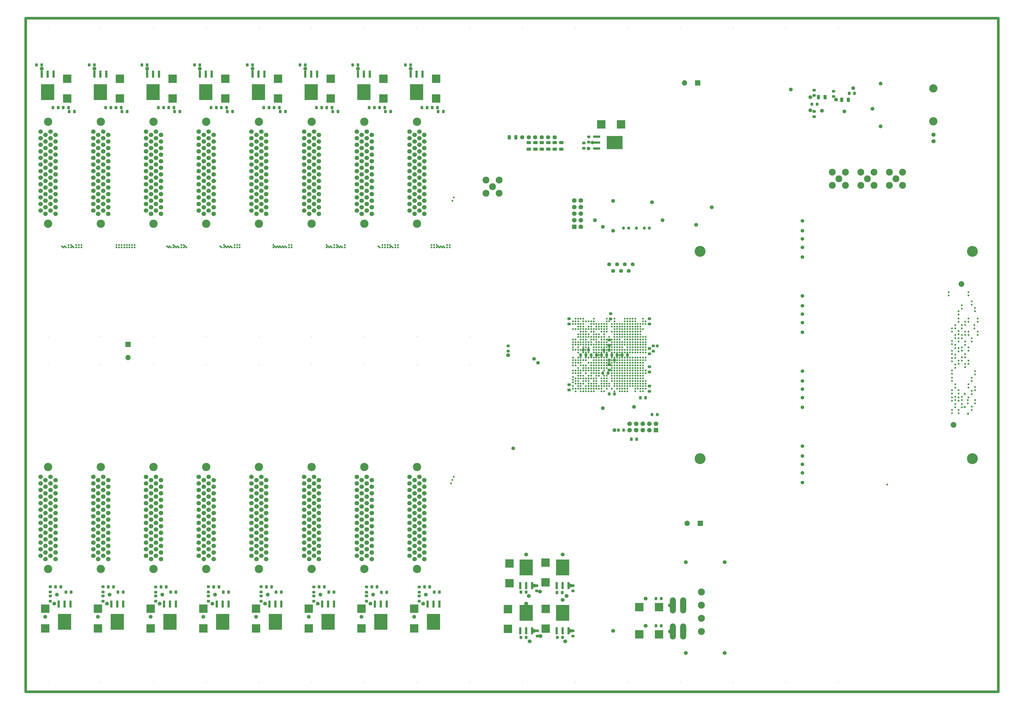
<source format=gts>
%FSAX43Y43*%
%MOMM*%
G71*
G01*
G75*
G04 Layer_Color=8388736*
%ADD10C,0.150*%
%ADD11O,0.305X1.016*%
%ADD12O,0.813X0.305*%
%ADD13R,0.762X2.540*%
%ADD14R,5.000X6.000*%
%ADD15O,1.016X0.305*%
%ADD16O,0.305X0.813*%
%ADD17R,3.048X3.048*%
%ADD18R,2.540X0.762*%
%ADD19R,6.000X5.000*%
%ADD20R,3.048X3.048*%
%ADD21O,0.508X1.016*%
%ADD22O,1.524X0.508*%
%ADD23O,1.016X0.508*%
%ADD24O,0.508X1.524*%
%ADD25O,2.100X6.000*%
%ADD26O,2.100X6.000*%
%ADD27C,0.120*%
%ADD28C,0.175*%
%ADD29C,0.508*%
%ADD30C,0.500*%
%ADD31C,0.200*%
%ADD32C,1.524*%
%ADD33C,1.000*%
%ADD34C,0.254*%
%ADD35C,1.160*%
%ADD36C,1.016*%
%ADD37C,0.400*%
%ADD38C,0.300*%
%ADD39C,0.305*%
%ADD40C,1.850*%
%ADD41R,1.850X1.850*%
%ADD42R,1.850X1.850*%
%ADD43C,4.000*%
%ADD44C,1.422*%
%ADD45C,2.438*%
%ADD46C,1.524*%
%ADD47C,3.000*%
%ADD48C,2.500*%
%ADD49C,1.575*%
%ADD50R,1.575X1.575*%
%ADD51R,1.575X1.575*%
%ADD52C,0.500*%
%ADD53C,1.300*%
%ADD54C,1.000*%
%ADD55C,1.200*%
%ADD56C,1.270*%
%ADD57C,0.600*%
%ADD58C,0.900*%
%ADD59C,2.000*%
G04:AMPARAMS|DCode=60|XSize=1.85mm|YSize=1.85mm|CornerRadius=0mm|HoleSize=0mm|Usage=FLASHONLY|Rotation=0.000|XOffset=0mm|YOffset=0mm|HoleType=Round|Shape=Relief|Width=0.175mm|Gap=0.2mm|Entries=4|*
%AMTHD60*
7,0,0,1.850,1.450,0.175,45*
%
%ADD60THD60*%
%ADD61C,3.400*%
%ADD62C,1.213*%
G04:AMPARAMS|DCode=63|XSize=2.0708mm|YSize=2.0708mm|CornerRadius=0mm|HoleSize=0mm|Usage=FLASHONLY|Rotation=0.000|XOffset=0mm|YOffset=0mm|HoleType=Round|Shape=Relief|Width=0.175mm|Gap=0.2mm|Entries=4|*
%AMTHD63*
7,0,0,2.071,1.671,0.175,45*
%
%ADD63THD63*%
%ADD64C,1.721*%
G04:AMPARAMS|DCode=65|XSize=1.65mm|YSize=1.65mm|CornerRadius=0mm|HoleSize=0mm|Usage=FLASHONLY|Rotation=0.000|XOffset=0mm|YOffset=0mm|HoleType=Round|Shape=Relief|Width=0.175mm|Gap=0.2mm|Entries=4|*
%AMTHD65*
7,0,0,1.650,1.250,0.175,45*
%
%ADD65THD65*%
%ADD66C,2.700*%
%ADD67C,2.200*%
G04:AMPARAMS|DCode=68|XSize=2.55mm|YSize=2.55mm|CornerRadius=0mm|HoleSize=0mm|Usage=FLASHONLY|Rotation=0.000|XOffset=0mm|YOffset=0mm|HoleType=Round|Shape=Relief|Width=0.175mm|Gap=0.2mm|Entries=4|*
%AMTHD68*
7,0,0,2.550,2.150,0.175,45*
%
%ADD68THD68*%
%ADD69C,1.416*%
G04:AMPARAMS|DCode=70|XSize=1.766mm|YSize=1.766mm|CornerRadius=0mm|HoleSize=0mm|Usage=FLASHONLY|Rotation=0.000|XOffset=0mm|YOffset=0mm|HoleType=Round|Shape=Relief|Width=0.175mm|Gap=0.2mm|Entries=4|*
%AMTHD70*
7,0,0,1.766,1.366,0.175,45*
%
%ADD70THD70*%
G04:AMPARAMS|DCode=71|XSize=1.5628mm|YSize=1.5628mm|CornerRadius=0mm|HoleSize=0mm|Usage=FLASHONLY|Rotation=0.000|XOffset=0mm|YOffset=0mm|HoleType=Round|Shape=Relief|Width=0.175mm|Gap=0.2mm|Entries=4|*
%AMTHD71*
7,0,0,1.563,1.163,0.175,45*
%
%ADD71THD71*%
%ADD72C,0.650*%
G04:AMPARAMS|DCode=73|XSize=1mm|YSize=1mm|CornerRadius=0mm|HoleSize=0mm|Usage=FLASHONLY|Rotation=0.000|XOffset=0mm|YOffset=0mm|HoleType=Round|Shape=Relief|Width=0.175mm|Gap=0.2mm|Entries=4|*
%AMTHD73*
7,0,0,1.000,0.600,0.175,45*
%
%ADD73THD73*%
G04:AMPARAMS|DCode=74|XSize=1.05mm|YSize=1.05mm|CornerRadius=0mm|HoleSize=0mm|Usage=FLASHONLY|Rotation=0.000|XOffset=0mm|YOffset=0mm|HoleType=Round|Shape=Relief|Width=0.175mm|Gap=0.2mm|Entries=4|*
%AMTHD74*
7,0,0,1.050,0.650,0.175,45*
%
%ADD74THD74*%
%ADD75C,0.700*%
%ADD76C,1.100*%
%ADD77C,1.111*%
G04:AMPARAMS|DCode=78|XSize=1.4612mm|YSize=1.4612mm|CornerRadius=0mm|HoleSize=0mm|Usage=FLASHONLY|Rotation=0.000|XOffset=0mm|YOffset=0mm|HoleType=Round|Shape=Relief|Width=0.175mm|Gap=0.2mm|Entries=4|*
%AMTHD78*
7,0,0,1.461,1.061,0.175,45*
%
%ADD78THD78*%
G04:AMPARAMS|DCode=79|XSize=1.45mm|YSize=1.45mm|CornerRadius=0mm|HoleSize=0mm|Usage=FLASHONLY|Rotation=0.000|XOffset=0mm|YOffset=0mm|HoleType=Round|Shape=Relief|Width=0.175mm|Gap=0.2mm|Entries=4|*
%AMTHD79*
7,0,0,1.450,1.050,0.175,45*
%
%ADD79THD79*%
%ADD80C,0.900*%
%ADD81C,0.800*%
%ADD82C,1.670*%
%ADD83C,1.000*%
%ADD84O,1.270X0.762*%
%ADD85R,1.270X0.762*%
%ADD86O,0.508X1.778*%
%ADD87R,0.508X1.778*%
%ADD88R,1.270X2.108*%
G04:AMPARAMS|DCode=89|XSize=2.108mm|YSize=1.27mm|CornerRadius=0mm|HoleSize=0mm|Usage=FLASHONLY|Rotation=270.000|XOffset=0mm|YOffset=0mm|HoleType=Round|Shape=Octagon|*
%AMOCTAGOND89*
4,1,8,-0.318,-1.054,0.318,-1.054,0.635,-0.737,0.635,0.737,0.318,1.054,-0.318,1.054,-0.635,0.737,-0.635,-0.737,-0.318,-1.054,0.0*
%
%ADD89OCTAGOND89*%

%ADD90O,0.600X2.200*%
%ADD91R,0.250X1.600*%
%ADD92O,0.250X1.600*%
%ADD93O,1.600X0.250*%
%ADD94R,4.600X0.610*%
%ADD95R,4.600X0.810*%
%ADD96R,1.650X0.300*%
%ADD97O,1.778X0.381*%
%ADD98R,1.778X0.381*%
%ADD99C,0.250*%
%ADD100C,0.203*%
%ADD101O,0.508X1.219*%
%ADD102R,0.965X2.743*%
%ADD103R,5.203X6.203*%
%ADD104O,1.219X0.508*%
%ADD105R,3.251X3.251*%
%ADD106R,2.743X0.965*%
%ADD107R,6.203X5.203*%
%ADD108R,3.251X3.251*%
%ADD109O,0.711X1.219*%
%ADD110O,1.727X0.711*%
%ADD111O,1.219X0.711*%
%ADD112O,0.711X1.727*%
%ADD113O,2.303X6.203*%
%ADD114O,2.303X6.203*%
%ADD115C,2.053*%
%ADD116R,2.053X2.053*%
%ADD117R,2.053X2.053*%
%ADD118C,0.203*%
%ADD119C,4.203*%
%ADD120C,1.626*%
%ADD121C,2.642*%
%ADD122C,1.727*%
%ADD123C,3.203*%
%ADD124C,2.703*%
%ADD125C,1.778*%
%ADD126R,1.778X1.778*%
%ADD127R,1.778X1.778*%
%ADD128C,0.703*%
%ADD129C,1.503*%
%ADD130C,1.203*%
%ADD131C,1.403*%
%ADD132C,1.473*%
%ADD133C,0.803*%
%ADD134C,2.203*%
G54D21*
X0266644Y0156500D02*
D03*
X0267356D02*
D03*
Y0158532D02*
D03*
X0266644D02*
D03*
X0250356Y0151232D02*
D03*
X0249644D02*
D03*
Y0149200D02*
D03*
X0250356D02*
D03*
X0249644Y0158768D02*
D03*
X0250356D02*
D03*
Y0160800D02*
D03*
X0249644D02*
D03*
X0242456Y0239232D02*
D03*
X0241744D02*
D03*
Y0237200D02*
D03*
X0242456D02*
D03*
X0240556Y0236832D02*
D03*
X0239844D02*
D03*
Y0234800D02*
D03*
X0240556D02*
D03*
X0055176Y0062032D02*
D03*
X0054464D02*
D03*
Y0060000D02*
D03*
X0055176D02*
D03*
X0075496Y0062032D02*
D03*
X0074784D02*
D03*
Y0060000D02*
D03*
X0075496D02*
D03*
X0095816Y0062032D02*
D03*
X0095104D02*
D03*
Y0060000D02*
D03*
X0095816D02*
D03*
X0116136Y0062032D02*
D03*
X0115424D02*
D03*
Y0060000D02*
D03*
X0116136D02*
D03*
X0055176Y0065532D02*
D03*
X0054464D02*
D03*
Y0063500D02*
D03*
X0055176D02*
D03*
X0075496Y0065500D02*
D03*
X0074784D02*
D03*
Y0063468D02*
D03*
X0075496D02*
D03*
X0095816Y0065532D02*
D03*
X0095104D02*
D03*
Y0063500D02*
D03*
X0095816D02*
D03*
X0116136Y0065532D02*
D03*
X0115424D02*
D03*
Y0063500D02*
D03*
X0116136D02*
D03*
X0034856Y0065532D02*
D03*
X0034144D02*
D03*
Y0063500D02*
D03*
X0034856D02*
D03*
X0235644Y0046468D02*
D03*
X0236356D02*
D03*
Y0048500D02*
D03*
X0235644D02*
D03*
X0221644Y0063968D02*
D03*
X0222356D02*
D03*
Y0066000D02*
D03*
X0221644D02*
D03*
X0235644Y0063968D02*
D03*
X0236356D02*
D03*
Y0066000D02*
D03*
X0235644D02*
D03*
X0221944Y0046468D02*
D03*
X0222656D02*
D03*
Y0048500D02*
D03*
X0221944D02*
D03*
X0034856Y0062032D02*
D03*
X0034144D02*
D03*
Y0060000D02*
D03*
X0034856D02*
D03*
X0156776Y0063468D02*
D03*
X0156064D02*
D03*
Y0065500D02*
D03*
X0156776D02*
D03*
X0177096Y0063468D02*
D03*
X0176384D02*
D03*
Y0065500D02*
D03*
X0177096D02*
D03*
X0136456Y0063468D02*
D03*
X0135744D02*
D03*
Y0065500D02*
D03*
X0136456D02*
D03*
Y0060000D02*
D03*
X0135744D02*
D03*
Y0062032D02*
D03*
X0136456D02*
D03*
X0156776Y0060000D02*
D03*
X0156064D02*
D03*
Y0062032D02*
D03*
X0156776D02*
D03*
X0177096Y0060000D02*
D03*
X0176384D02*
D03*
Y0062032D02*
D03*
X0177096D02*
D03*
X0210644Y0158500D02*
D03*
X0211356D02*
D03*
Y0156468D02*
D03*
X0210644D02*
D03*
X0336144Y0256800D02*
D03*
X0336856D02*
D03*
Y0254768D02*
D03*
X0336144D02*
D03*
X0329356Y0247000D02*
D03*
X0328644D02*
D03*
Y0249032D02*
D03*
X0329356D02*
D03*
Y0255200D02*
D03*
X0328644D02*
D03*
Y0257232D02*
D03*
X0329356D02*
D03*
X0234856Y0167000D02*
D03*
X0234144D02*
D03*
Y0169032D02*
D03*
X0234856D02*
D03*
X0265144Y0157532D02*
D03*
X0265856D02*
D03*
Y0155500D02*
D03*
X0265144D02*
D03*
X0250144Y0171000D02*
D03*
X0250856D02*
D03*
Y0168968D02*
D03*
X0250144D02*
D03*
X0265144Y0150500D02*
D03*
X0265856D02*
D03*
Y0148468D02*
D03*
X0265144D02*
D03*
X0265856Y0167000D02*
D03*
X0265144D02*
D03*
Y0169032D02*
D03*
X0265856D02*
D03*
X0234144Y0143500D02*
D03*
X0234856D02*
D03*
Y0141468D02*
D03*
X0234144D02*
D03*
X0265144Y0143000D02*
D03*
X0265856D02*
D03*
Y0140968D02*
D03*
X0265144D02*
D03*
G54D23*
X0141854Y0063144D02*
D03*
Y0063856D02*
D03*
X0143886D02*
D03*
Y0063144D02*
D03*
X0183994Y0249356D02*
D03*
Y0248644D02*
D03*
X0186026D02*
D03*
Y0249356D02*
D03*
X0181708Y0250856D02*
D03*
Y0250144D02*
D03*
X0183740D02*
D03*
Y0250856D02*
D03*
X0163674Y0249356D02*
D03*
Y0248644D02*
D03*
X0165706D02*
D03*
Y0249356D02*
D03*
X0161388Y0250856D02*
D03*
Y0250144D02*
D03*
X0163420D02*
D03*
Y0250856D02*
D03*
X0143354Y0249356D02*
D03*
Y0248644D02*
D03*
X0145386D02*
D03*
Y0249356D02*
D03*
X0245032Y0154644D02*
D03*
Y0155356D02*
D03*
X0243000D02*
D03*
Y0154644D02*
D03*
X0247000Y0155356D02*
D03*
Y0154644D02*
D03*
X0249032D02*
D03*
Y0155356D02*
D03*
X0254968Y0155356D02*
D03*
Y0154644D02*
D03*
X0257000D02*
D03*
Y0155356D02*
D03*
X0253000Y0154644D02*
D03*
Y0155356D02*
D03*
X0250968D02*
D03*
Y0154644D02*
D03*
X0177708Y0250856D02*
D03*
Y0250144D02*
D03*
X0179740D02*
D03*
Y0250856D02*
D03*
X0171422Y0267342D02*
D03*
Y0266630D02*
D03*
X0173454D02*
D03*
Y0267342D02*
D03*
X0062606Y0063144D02*
D03*
Y0063856D02*
D03*
X0060574D02*
D03*
Y0063144D02*
D03*
X0082926D02*
D03*
Y0063856D02*
D03*
X0080894D02*
D03*
Y0063144D02*
D03*
X0103246D02*
D03*
Y0063856D02*
D03*
X0101214D02*
D03*
Y0063144D02*
D03*
X0123566D02*
D03*
Y0063856D02*
D03*
X0121534D02*
D03*
Y0063144D02*
D03*
X0058852Y0065144D02*
D03*
Y0065856D02*
D03*
X0056820D02*
D03*
Y0065144D02*
D03*
X0079172Y0065144D02*
D03*
Y0065856D02*
D03*
X0077140D02*
D03*
Y0065144D02*
D03*
X0099492D02*
D03*
Y0065856D02*
D03*
X0097460D02*
D03*
Y0065144D02*
D03*
X0119812D02*
D03*
Y0065856D02*
D03*
X0117780D02*
D03*
Y0065144D02*
D03*
X0038532D02*
D03*
Y0065856D02*
D03*
X0036500D02*
D03*
Y0065144D02*
D03*
X0229841Y0063677D02*
D03*
Y0062965D02*
D03*
X0231873D02*
D03*
Y0063677D02*
D03*
X0215968Y0046356D02*
D03*
Y0045644D02*
D03*
X0218000D02*
D03*
Y0046356D02*
D03*
X0215968Y0063856D02*
D03*
Y0063144D02*
D03*
X0218000D02*
D03*
Y0063856D02*
D03*
X0229968Y0046356D02*
D03*
Y0045644D02*
D03*
X0232000D02*
D03*
Y0046356D02*
D03*
X0267968Y0061356D02*
D03*
Y0060644D02*
D03*
X0270000D02*
D03*
Y0061356D02*
D03*
X0110462Y0267342D02*
D03*
Y0266630D02*
D03*
X0112494D02*
D03*
Y0267342D02*
D03*
X0042532Y0063144D02*
D03*
Y0063856D02*
D03*
X0040500D02*
D03*
Y0063144D02*
D03*
X0267968Y0050856D02*
D03*
Y0050144D02*
D03*
X0270000D02*
D03*
Y0050856D02*
D03*
X0051534Y0267342D02*
D03*
Y0266630D02*
D03*
X0049502D02*
D03*
Y0267342D02*
D03*
X0071854Y0267342D02*
D03*
Y0266630D02*
D03*
X0069822D02*
D03*
Y0267342D02*
D03*
X0078140Y0250856D02*
D03*
Y0250144D02*
D03*
X0076108D02*
D03*
Y0250856D02*
D03*
X0043786Y0249356D02*
D03*
Y0248644D02*
D03*
X0041754D02*
D03*
Y0249356D02*
D03*
X0061820Y0250856D02*
D03*
Y0250144D02*
D03*
X0059788D02*
D03*
Y0250856D02*
D03*
X0064106Y0249356D02*
D03*
Y0248644D02*
D03*
X0062074D02*
D03*
Y0249356D02*
D03*
X0158420Y0065144D02*
D03*
Y0065856D02*
D03*
X0160452D02*
D03*
Y0065144D02*
D03*
X0178740D02*
D03*
Y0065856D02*
D03*
X0180772D02*
D03*
Y0065144D02*
D03*
X0041500Y0250856D02*
D03*
Y0250144D02*
D03*
X0039468D02*
D03*
Y0250856D02*
D03*
X0125200Y0249356D02*
D03*
Y0248644D02*
D03*
X0123168D02*
D03*
Y0249356D02*
D03*
X0143100Y0250856D02*
D03*
Y0250144D02*
D03*
X0141068D02*
D03*
Y0250856D02*
D03*
X0138100Y0065144D02*
D03*
Y0065856D02*
D03*
X0140132D02*
D03*
Y0065144D02*
D03*
X0162174Y0063044D02*
D03*
Y0063756D02*
D03*
X0164206D02*
D03*
Y0063044D02*
D03*
X0182494Y0063144D02*
D03*
Y0063856D02*
D03*
X0184526D02*
D03*
Y0063144D02*
D03*
X0031200Y0267356D02*
D03*
Y0266644D02*
D03*
X0029168D02*
D03*
Y0267356D02*
D03*
X0092174Y0267342D02*
D03*
Y0266630D02*
D03*
X0090142D02*
D03*
Y0267342D02*
D03*
X0098460Y0250856D02*
D03*
Y0250144D02*
D03*
X0096428D02*
D03*
Y0250856D02*
D03*
X0118780Y0250856D02*
D03*
Y0250144D02*
D03*
X0116748D02*
D03*
Y0250856D02*
D03*
X0132814Y0267342D02*
D03*
Y0266630D02*
D03*
X0130782D02*
D03*
Y0267342D02*
D03*
X0139100Y0250856D02*
D03*
Y0250144D02*
D03*
X0137068D02*
D03*
Y0250856D02*
D03*
X0151102Y0267342D02*
D03*
Y0266630D02*
D03*
X0153134D02*
D03*
Y0267342D02*
D03*
X0159420Y0250856D02*
D03*
Y0250144D02*
D03*
X0157388D02*
D03*
Y0250856D02*
D03*
X0262000Y0138144D02*
D03*
Y0138856D02*
D03*
X0264032D02*
D03*
Y0138144D02*
D03*
X0082140Y0250856D02*
D03*
Y0250144D02*
D03*
X0080108D02*
D03*
Y0250856D02*
D03*
X0084426Y0249356D02*
D03*
Y0248644D02*
D03*
X0082394D02*
D03*
Y0249356D02*
D03*
X0102460Y0250856D02*
D03*
Y0250144D02*
D03*
X0100428D02*
D03*
Y0250856D02*
D03*
X0104746Y0249356D02*
D03*
Y0248644D02*
D03*
X0102714D02*
D03*
Y0249356D02*
D03*
X0122780Y0250856D02*
D03*
Y0250144D02*
D03*
X0120748D02*
D03*
Y0250856D02*
D03*
X0037500Y0250856D02*
D03*
Y0250144D02*
D03*
X0035468D02*
D03*
Y0250856D02*
D03*
X0057820Y0250856D02*
D03*
Y0250144D02*
D03*
X0055788D02*
D03*
Y0250856D02*
D03*
X0266500Y0132356D02*
D03*
Y0131644D02*
D03*
X0268532D02*
D03*
Y0132356D02*
D03*
X0260532Y0122144D02*
D03*
Y0122856D02*
D03*
X0258500D02*
D03*
Y0122144D02*
D03*
X0255532Y0125644D02*
D03*
Y0126356D02*
D03*
X0253500D02*
D03*
Y0125644D02*
D03*
X0250000Y0157256D02*
D03*
Y0156544D02*
D03*
X0247968D02*
D03*
Y0157256D02*
D03*
X0328100Y0251444D02*
D03*
Y0252156D02*
D03*
X0330132D02*
D03*
Y0251444D02*
D03*
X0241000Y0155356D02*
D03*
Y0154644D02*
D03*
X0238968D02*
D03*
Y0155356D02*
D03*
X0242000Y0157356D02*
D03*
Y0156644D02*
D03*
X0239968D02*
D03*
Y0157356D02*
D03*
X0249500Y0148356D02*
D03*
Y0147644D02*
D03*
X0247468D02*
D03*
Y0148356D02*
D03*
X0250000Y0139644D02*
D03*
Y0140356D02*
D03*
X0252032D02*
D03*
Y0139644D02*
D03*
X0252032Y0152644D02*
D03*
Y0153356D02*
D03*
X0250000D02*
D03*
Y0152644D02*
D03*
X0344500Y0256356D02*
D03*
Y0255644D02*
D03*
X0342468D02*
D03*
Y0256356D02*
D03*
G54D33*
X0025000Y0025000D02*
X0400000D01*
X0025000Y0285000D02*
X0400000D01*
X0025000Y0025000D02*
Y0285000D01*
X0400000Y0025000D02*
Y0285000D01*
G54D101*
X0141854Y0063500D02*
D03*
X0143886D02*
D03*
X0142108D02*
D03*
X0141600D02*
D03*
X0143632D02*
D03*
X0144140D02*
D03*
X0183740Y0249000D02*
D03*
X0184248D02*
D03*
X0186280D02*
D03*
X0185772D02*
D03*
X0183994D02*
D03*
X0186026D02*
D03*
X0181454Y0250500D02*
D03*
X0181962D02*
D03*
X0183994D02*
D03*
X0183486D02*
D03*
X0181708D02*
D03*
X0183740D02*
D03*
X0163420Y0249000D02*
D03*
X0163928D02*
D03*
X0165960D02*
D03*
X0165452D02*
D03*
X0163674D02*
D03*
X0165706D02*
D03*
X0161134Y0250500D02*
D03*
X0161642D02*
D03*
X0163674D02*
D03*
X0163166D02*
D03*
X0161388D02*
D03*
X0163420D02*
D03*
X0143100Y0249000D02*
D03*
X0143608D02*
D03*
X0145640D02*
D03*
X0145132D02*
D03*
X0143354D02*
D03*
X0145386D02*
D03*
X0245286Y0155000D02*
D03*
X0244778D02*
D03*
X0242746D02*
D03*
X0243254D02*
D03*
X0245032D02*
D03*
X0243000D02*
D03*
X0246746Y0155000D02*
D03*
X0247254D02*
D03*
X0249286D02*
D03*
X0248778D02*
D03*
X0247000D02*
D03*
X0249032D02*
D03*
X0254714Y0155000D02*
D03*
X0255222D02*
D03*
X0257254D02*
D03*
X0256746D02*
D03*
X0254968D02*
D03*
X0257000D02*
D03*
X0253254Y0155000D02*
D03*
X0252746D02*
D03*
X0250714D02*
D03*
X0251222D02*
D03*
X0253000D02*
D03*
X0250968D02*
D03*
X0177454Y0250500D02*
D03*
X0177962D02*
D03*
X0179994D02*
D03*
X0179486D02*
D03*
X0177708D02*
D03*
X0179740D02*
D03*
X0171168Y0266986D02*
D03*
X0171676D02*
D03*
X0173708D02*
D03*
X0173200D02*
D03*
X0171422D02*
D03*
X0173454D02*
D03*
X0062860Y0063500D02*
D03*
X0062352D02*
D03*
X0060320D02*
D03*
X0060828D02*
D03*
X0062606D02*
D03*
X0060574D02*
D03*
X0083180D02*
D03*
X0082672D02*
D03*
X0080640D02*
D03*
X0081148D02*
D03*
X0082926D02*
D03*
X0080894D02*
D03*
X0103500D02*
D03*
X0102992D02*
D03*
X0100960D02*
D03*
X0101468D02*
D03*
X0103246D02*
D03*
X0101214D02*
D03*
X0123820D02*
D03*
X0123312D02*
D03*
X0121280D02*
D03*
X0121788D02*
D03*
X0123566D02*
D03*
X0121534D02*
D03*
X0059106Y0065500D02*
D03*
X0058598D02*
D03*
X0056566D02*
D03*
X0057074D02*
D03*
X0058852D02*
D03*
X0056820D02*
D03*
X0079426Y0065500D02*
D03*
X0078918D02*
D03*
X0076886D02*
D03*
X0077394D02*
D03*
X0079172D02*
D03*
X0077140D02*
D03*
X0099746D02*
D03*
X0099238D02*
D03*
X0097206D02*
D03*
X0097714D02*
D03*
X0099492D02*
D03*
X0097460D02*
D03*
X0120066D02*
D03*
X0119558D02*
D03*
X0117526D02*
D03*
X0118034D02*
D03*
X0119812D02*
D03*
X0117780D02*
D03*
X0038786D02*
D03*
X0038278D02*
D03*
X0036246D02*
D03*
X0036754D02*
D03*
X0038532D02*
D03*
X0036500D02*
D03*
X0229587Y0063321D02*
D03*
X0230095D02*
D03*
X0232127D02*
D03*
X0231619D02*
D03*
X0229841D02*
D03*
X0231873D02*
D03*
X0215714Y0046000D02*
D03*
X0216222D02*
D03*
X0218254D02*
D03*
X0217746D02*
D03*
X0215968D02*
D03*
X0218000D02*
D03*
X0215714Y0063500D02*
D03*
X0216222D02*
D03*
X0218254D02*
D03*
X0217746D02*
D03*
X0215968D02*
D03*
X0218000D02*
D03*
X0229714Y0046000D02*
D03*
X0230222D02*
D03*
X0232254D02*
D03*
X0231746D02*
D03*
X0229968D02*
D03*
X0232000D02*
D03*
X0267714Y0061000D02*
D03*
X0268222D02*
D03*
X0270254D02*
D03*
X0269746D02*
D03*
X0267968D02*
D03*
X0270000D02*
D03*
X0110208Y0266986D02*
D03*
X0110716D02*
D03*
X0112748D02*
D03*
X0112240D02*
D03*
X0110462D02*
D03*
X0112494D02*
D03*
X0042786Y0063500D02*
D03*
X0042278D02*
D03*
X0040246D02*
D03*
X0040754D02*
D03*
X0042532D02*
D03*
X0040500D02*
D03*
X0267714Y0050500D02*
D03*
X0268222D02*
D03*
X0270254D02*
D03*
X0269746D02*
D03*
X0267968D02*
D03*
X0270000D02*
D03*
X0051534Y0266986D02*
D03*
X0049502D02*
D03*
X0051280D02*
D03*
X0051788D02*
D03*
X0049756D02*
D03*
X0049248D02*
D03*
X0071854Y0266986D02*
D03*
X0069822D02*
D03*
X0071600D02*
D03*
X0072108D02*
D03*
X0070076D02*
D03*
X0069568D02*
D03*
X0078140Y0250500D02*
D03*
X0076108D02*
D03*
X0077886D02*
D03*
X0078394D02*
D03*
X0076362D02*
D03*
X0075854D02*
D03*
X0043786Y0249000D02*
D03*
X0041754D02*
D03*
X0043532D02*
D03*
X0044040D02*
D03*
X0042008D02*
D03*
X0041500D02*
D03*
X0061820Y0250500D02*
D03*
X0059788D02*
D03*
X0061566D02*
D03*
X0062074D02*
D03*
X0060042D02*
D03*
X0059534D02*
D03*
X0064106Y0249000D02*
D03*
X0062074D02*
D03*
X0063852D02*
D03*
X0064360D02*
D03*
X0062328D02*
D03*
X0061820D02*
D03*
X0158420Y0065500D02*
D03*
X0160452D02*
D03*
X0158674D02*
D03*
X0158166D02*
D03*
X0160198D02*
D03*
X0160706D02*
D03*
X0178740D02*
D03*
X0180772D02*
D03*
X0178994D02*
D03*
X0178486D02*
D03*
X0180518D02*
D03*
X0181026D02*
D03*
X0041500Y0250500D02*
D03*
X0039468D02*
D03*
X0041246D02*
D03*
X0041754D02*
D03*
X0039722D02*
D03*
X0039214D02*
D03*
X0125200Y0249000D02*
D03*
X0123168D02*
D03*
X0124946D02*
D03*
X0125454D02*
D03*
X0123422D02*
D03*
X0122914D02*
D03*
X0143100Y0250500D02*
D03*
X0141068D02*
D03*
X0142846D02*
D03*
X0143354D02*
D03*
X0141322D02*
D03*
X0140814D02*
D03*
X0138100Y0065500D02*
D03*
X0140132D02*
D03*
X0138354D02*
D03*
X0137846D02*
D03*
X0139878D02*
D03*
X0140386D02*
D03*
X0162174Y0063400D02*
D03*
X0164206D02*
D03*
X0162428D02*
D03*
X0161920D02*
D03*
X0163952D02*
D03*
X0164460D02*
D03*
X0182494Y0063500D02*
D03*
X0184526D02*
D03*
X0182748D02*
D03*
X0182240D02*
D03*
X0184272D02*
D03*
X0184780D02*
D03*
X0031200Y0267000D02*
D03*
X0029168D02*
D03*
X0030946D02*
D03*
X0031454D02*
D03*
X0029422D02*
D03*
X0028914D02*
D03*
X0092174Y0266986D02*
D03*
X0090142D02*
D03*
X0091920D02*
D03*
X0092428D02*
D03*
X0090396D02*
D03*
X0089888D02*
D03*
X0098460Y0250500D02*
D03*
X0096428D02*
D03*
X0098206D02*
D03*
X0098714D02*
D03*
X0096682D02*
D03*
X0096174D02*
D03*
X0118780Y0250500D02*
D03*
X0116748D02*
D03*
X0118526D02*
D03*
X0119034D02*
D03*
X0117002D02*
D03*
X0116494D02*
D03*
X0132814Y0266986D02*
D03*
X0130782D02*
D03*
X0132560D02*
D03*
X0133068D02*
D03*
X0131036D02*
D03*
X0130528D02*
D03*
X0139100Y0250500D02*
D03*
X0137068D02*
D03*
X0138846D02*
D03*
X0139354D02*
D03*
X0137322D02*
D03*
X0136814D02*
D03*
X0150848Y0266986D02*
D03*
X0151356D02*
D03*
X0153388D02*
D03*
X0152880D02*
D03*
X0151102D02*
D03*
X0153134D02*
D03*
X0159420Y0250500D02*
D03*
X0157388D02*
D03*
X0159166D02*
D03*
X0159674D02*
D03*
X0157642D02*
D03*
X0157134D02*
D03*
X0262000Y0138500D02*
D03*
X0264032D02*
D03*
X0262254D02*
D03*
X0261746D02*
D03*
X0263778D02*
D03*
X0264286D02*
D03*
X0082140Y0250500D02*
D03*
X0080108D02*
D03*
X0081886D02*
D03*
X0082394D02*
D03*
X0080362D02*
D03*
X0079854D02*
D03*
X0084426Y0249000D02*
D03*
X0082394D02*
D03*
X0084172D02*
D03*
X0084680D02*
D03*
X0082648D02*
D03*
X0082140D02*
D03*
X0102460Y0250500D02*
D03*
X0100428D02*
D03*
X0102206D02*
D03*
X0102714D02*
D03*
X0100682D02*
D03*
X0100174D02*
D03*
X0104746Y0249000D02*
D03*
X0102714D02*
D03*
X0104492D02*
D03*
X0105000D02*
D03*
X0102968D02*
D03*
X0102460D02*
D03*
X0122780Y0250500D02*
D03*
X0120748D02*
D03*
X0122526D02*
D03*
X0123034D02*
D03*
X0121002D02*
D03*
X0120494D02*
D03*
X0037500Y0250500D02*
D03*
X0035468D02*
D03*
X0037246D02*
D03*
X0037754D02*
D03*
X0035722D02*
D03*
X0035214D02*
D03*
X0057820Y0250500D02*
D03*
X0055788D02*
D03*
X0057566D02*
D03*
X0058074D02*
D03*
X0056042D02*
D03*
X0055534D02*
D03*
X0266246Y0132000D02*
D03*
X0266754D02*
D03*
X0268786D02*
D03*
X0268278D02*
D03*
X0266500D02*
D03*
X0268532D02*
D03*
X0260786Y0122500D02*
D03*
X0260278D02*
D03*
X0258246D02*
D03*
X0258754D02*
D03*
X0260532D02*
D03*
X0258500D02*
D03*
X0255786Y0126000D02*
D03*
X0255278D02*
D03*
X0253246D02*
D03*
X0253754D02*
D03*
X0255532D02*
D03*
X0253500D02*
D03*
X0250000Y0156900D02*
D03*
X0247968D02*
D03*
X0249746D02*
D03*
X0250254D02*
D03*
X0248222D02*
D03*
X0247714D02*
D03*
X0328100Y0251800D02*
D03*
X0330132D02*
D03*
X0328354D02*
D03*
X0327846D02*
D03*
X0329878D02*
D03*
X0330386D02*
D03*
X0241000Y0155000D02*
D03*
X0238968D02*
D03*
X0240746D02*
D03*
X0241254D02*
D03*
X0239222D02*
D03*
X0238714D02*
D03*
X0242000Y0157000D02*
D03*
X0239968D02*
D03*
X0241746D02*
D03*
X0242254D02*
D03*
X0240222D02*
D03*
X0239714D02*
D03*
X0249500Y0148000D02*
D03*
X0247468D02*
D03*
X0249246D02*
D03*
X0249754D02*
D03*
X0247722D02*
D03*
X0247214D02*
D03*
X0250000Y0140000D02*
D03*
X0252032D02*
D03*
X0250254D02*
D03*
X0249746D02*
D03*
X0251778D02*
D03*
X0252286D02*
D03*
Y0153000D02*
D03*
X0251778Y0153000D02*
D03*
X0249746Y0153000D02*
D03*
X0250254D02*
D03*
X0252032Y0153000D02*
D03*
X0250000Y0153000D02*
D03*
X0344500Y0256000D02*
D03*
X0342468D02*
D03*
X0344246D02*
D03*
X0344754D02*
D03*
X0342722D02*
D03*
X0342214D02*
D03*
G54D102*
X0173454Y0263398D02*
D03*
X0178026D02*
D03*
X0175740D02*
D03*
X0153134D02*
D03*
X0157706D02*
D03*
X0155420D02*
D03*
X0132814D02*
D03*
X0137386D02*
D03*
X0135100D02*
D03*
X0112494D02*
D03*
X0117066D02*
D03*
X0114780D02*
D03*
X0092174D02*
D03*
X0096746D02*
D03*
X0094460D02*
D03*
X0051534Y0263400D02*
D03*
X0056106D02*
D03*
X0053820D02*
D03*
X0031214D02*
D03*
X0035786D02*
D03*
X0033500D02*
D03*
X0179954Y0058898D02*
D03*
X0184526D02*
D03*
X0182240D02*
D03*
X0159634D02*
D03*
X0164206D02*
D03*
X0161920D02*
D03*
X0139314D02*
D03*
X0143886D02*
D03*
X0141600D02*
D03*
X0220286Y0066000D02*
D03*
X0215714D02*
D03*
X0218000D02*
D03*
X0060320Y0058898D02*
D03*
X0062606D02*
D03*
X0058034D02*
D03*
X0080640D02*
D03*
X0082926D02*
D03*
X0078354D02*
D03*
X0100960D02*
D03*
X0103246D02*
D03*
X0098674D02*
D03*
X0121280D02*
D03*
X0123566D02*
D03*
X0118994D02*
D03*
X0234286Y0066000D02*
D03*
X0229714D02*
D03*
X0232000D02*
D03*
X0220286Y0048500D02*
D03*
X0215714D02*
D03*
X0218000D02*
D03*
X0234286D02*
D03*
X0229714D02*
D03*
X0232000D02*
D03*
X0040000Y0058898D02*
D03*
X0042286D02*
D03*
X0037714D02*
D03*
X0071854Y0263400D02*
D03*
X0076426D02*
D03*
X0074140D02*
D03*
G54D103*
X0175740Y0256500D02*
D03*
X0155420D02*
D03*
X0135100D02*
D03*
X0114780D02*
D03*
X0094460D02*
D03*
X0053820Y0256502D02*
D03*
X0033500Y0256500D02*
D03*
X0182240Y0052000D02*
D03*
X0161920D02*
D03*
X0141600D02*
D03*
X0218000Y0073000D02*
D03*
X0060320Y0052000D02*
D03*
X0080640D02*
D03*
X0100960D02*
D03*
X0121280D02*
D03*
X0232000Y0073000D02*
D03*
X0218000Y0055500D02*
D03*
X0232000D02*
D03*
X0040000Y0052000D02*
D03*
X0074140Y0256500D02*
D03*
G54D104*
X0267000Y0156246D02*
D03*
Y0156754D02*
D03*
Y0158786D02*
D03*
Y0158278D02*
D03*
Y0156500D02*
D03*
Y0158532D02*
D03*
X0250000Y0151486D02*
D03*
Y0150978D02*
D03*
Y0148946D02*
D03*
Y0149454D02*
D03*
Y0151232D02*
D03*
Y0149200D02*
D03*
X0250000Y0158514D02*
D03*
Y0159022D02*
D03*
Y0161054D02*
D03*
Y0160546D02*
D03*
Y0158768D02*
D03*
Y0160800D02*
D03*
X0242100Y0239486D02*
D03*
Y0238978D02*
D03*
Y0236946D02*
D03*
Y0237454D02*
D03*
Y0239232D02*
D03*
Y0237200D02*
D03*
X0240200Y0237086D02*
D03*
Y0236578D02*
D03*
Y0234546D02*
D03*
Y0235054D02*
D03*
Y0236832D02*
D03*
Y0234800D02*
D03*
X0054820Y0062286D02*
D03*
Y0061778D02*
D03*
Y0059746D02*
D03*
Y0060254D02*
D03*
Y0062032D02*
D03*
Y0060000D02*
D03*
X0075140Y0062286D02*
D03*
Y0061778D02*
D03*
Y0059746D02*
D03*
Y0060254D02*
D03*
Y0062032D02*
D03*
Y0060000D02*
D03*
X0095460Y0062286D02*
D03*
Y0061778D02*
D03*
Y0059746D02*
D03*
Y0060254D02*
D03*
Y0062032D02*
D03*
Y0060000D02*
D03*
X0115780Y0062286D02*
D03*
Y0061778D02*
D03*
Y0059746D02*
D03*
Y0060254D02*
D03*
Y0062032D02*
D03*
Y0060000D02*
D03*
X0054820Y0065786D02*
D03*
Y0065278D02*
D03*
Y0063246D02*
D03*
Y0063754D02*
D03*
Y0065532D02*
D03*
Y0063500D02*
D03*
X0075140Y0065754D02*
D03*
Y0065246D02*
D03*
Y0063214D02*
D03*
Y0063722D02*
D03*
Y0065500D02*
D03*
Y0063468D02*
D03*
X0095460Y0065786D02*
D03*
Y0065278D02*
D03*
Y0063246D02*
D03*
Y0063754D02*
D03*
Y0065532D02*
D03*
Y0063500D02*
D03*
X0115780Y0065786D02*
D03*
Y0065278D02*
D03*
Y0063246D02*
D03*
Y0063754D02*
D03*
Y0065532D02*
D03*
Y0063500D02*
D03*
X0034500Y0065786D02*
D03*
Y0065278D02*
D03*
Y0063246D02*
D03*
Y0063754D02*
D03*
Y0065532D02*
D03*
Y0063500D02*
D03*
X0236000Y0046214D02*
D03*
Y0046722D02*
D03*
Y0048754D02*
D03*
Y0048246D02*
D03*
Y0046468D02*
D03*
Y0048500D02*
D03*
X0222000Y0063714D02*
D03*
Y0064222D02*
D03*
Y0066254D02*
D03*
Y0065746D02*
D03*
Y0063968D02*
D03*
Y0066000D02*
D03*
X0236000Y0063714D02*
D03*
Y0064222D02*
D03*
Y0066254D02*
D03*
Y0065746D02*
D03*
Y0063968D02*
D03*
Y0066000D02*
D03*
X0222300Y0046214D02*
D03*
Y0046722D02*
D03*
Y0048754D02*
D03*
Y0048246D02*
D03*
Y0046468D02*
D03*
Y0048500D02*
D03*
X0034500Y0062286D02*
D03*
Y0061778D02*
D03*
Y0059746D02*
D03*
Y0060254D02*
D03*
Y0062032D02*
D03*
Y0060000D02*
D03*
X0156420Y0063468D02*
D03*
Y0065500D02*
D03*
Y0063722D02*
D03*
Y0063214D02*
D03*
Y0065246D02*
D03*
Y0065754D02*
D03*
X0176740Y0063468D02*
D03*
Y0065500D02*
D03*
Y0063722D02*
D03*
Y0063214D02*
D03*
Y0065246D02*
D03*
Y0065754D02*
D03*
X0136100Y0063468D02*
D03*
Y0065500D02*
D03*
Y0063722D02*
D03*
Y0063214D02*
D03*
Y0065246D02*
D03*
Y0065754D02*
D03*
Y0060000D02*
D03*
Y0062032D02*
D03*
Y0060254D02*
D03*
Y0059746D02*
D03*
Y0061778D02*
D03*
Y0062286D02*
D03*
X0156420Y0060000D02*
D03*
Y0062032D02*
D03*
Y0060254D02*
D03*
Y0059746D02*
D03*
Y0061778D02*
D03*
Y0062286D02*
D03*
X0176740Y0060000D02*
D03*
Y0062032D02*
D03*
Y0060254D02*
D03*
Y0059746D02*
D03*
Y0061778D02*
D03*
Y0062286D02*
D03*
X0211000Y0158500D02*
D03*
Y0156468D02*
D03*
Y0158246D02*
D03*
Y0158754D02*
D03*
Y0156722D02*
D03*
Y0156214D02*
D03*
X0336500Y0256800D02*
D03*
Y0254768D02*
D03*
Y0256546D02*
D03*
Y0257054D02*
D03*
Y0255022D02*
D03*
Y0254514D02*
D03*
X0329000Y0247000D02*
D03*
Y0249032D02*
D03*
Y0247254D02*
D03*
Y0246746D02*
D03*
Y0248778D02*
D03*
Y0249286D02*
D03*
Y0255200D02*
D03*
Y0257232D02*
D03*
Y0255454D02*
D03*
Y0254946D02*
D03*
Y0256978D02*
D03*
Y0257486D02*
D03*
X0234500Y0167000D02*
D03*
Y0169032D02*
D03*
Y0167254D02*
D03*
Y0166746D02*
D03*
Y0168778D02*
D03*
Y0169286D02*
D03*
X0265500Y0157532D02*
D03*
Y0155500D02*
D03*
Y0157278D02*
D03*
Y0157786D02*
D03*
Y0155754D02*
D03*
Y0155246D02*
D03*
X0250500Y0171000D02*
D03*
Y0168968D02*
D03*
Y0170746D02*
D03*
Y0171254D02*
D03*
Y0169222D02*
D03*
Y0168714D02*
D03*
X0265500Y0150500D02*
D03*
Y0148468D02*
D03*
Y0150246D02*
D03*
Y0150754D02*
D03*
Y0148722D02*
D03*
Y0148214D02*
D03*
Y0167000D02*
D03*
Y0169032D02*
D03*
Y0167254D02*
D03*
Y0166746D02*
D03*
Y0168778D02*
D03*
Y0169286D02*
D03*
X0234500Y0143500D02*
D03*
Y0141468D02*
D03*
Y0143246D02*
D03*
Y0143754D02*
D03*
Y0141722D02*
D03*
Y0141214D02*
D03*
X0265500Y0143000D02*
D03*
Y0140968D02*
D03*
Y0142746D02*
D03*
Y0143254D02*
D03*
Y0141222D02*
D03*
Y0140714D02*
D03*
G54D105*
X0183240Y0261620D02*
D03*
Y0254000D02*
D03*
X0052820Y0049500D02*
D03*
Y0057120D02*
D03*
X0073140Y0049500D02*
D03*
Y0057120D02*
D03*
X0093460Y0049500D02*
D03*
Y0057120D02*
D03*
X0113780Y0049500D02*
D03*
Y0057120D02*
D03*
X0225396Y0067258D02*
D03*
Y0074878D02*
D03*
X0210900Y0049280D02*
D03*
Y0056900D02*
D03*
X0211500Y0066880D02*
D03*
Y0074500D02*
D03*
X0225500Y0049380D02*
D03*
Y0057000D02*
D03*
X0032500Y0049500D02*
D03*
Y0057120D02*
D03*
X0122280Y0261620D02*
D03*
Y0254000D02*
D03*
X0081640Y0261620D02*
D03*
Y0254000D02*
D03*
X0134100Y0057120D02*
D03*
Y0049500D02*
D03*
X0154420Y0057120D02*
D03*
Y0049500D02*
D03*
X0174740Y0057120D02*
D03*
Y0049500D02*
D03*
X0041000Y0261620D02*
D03*
Y0254000D02*
D03*
X0101960Y0261620D02*
D03*
Y0254000D02*
D03*
X0142600Y0261620D02*
D03*
Y0254000D02*
D03*
X0162920Y0261620D02*
D03*
Y0254000D02*
D03*
X0061320Y0261620D02*
D03*
Y0254000D02*
D03*
G54D106*
X0245102Y0234714D02*
D03*
Y0239286D02*
D03*
Y0237000D02*
D03*
G54D107*
X0252102D02*
D03*
G54D108*
X0246880Y0244000D02*
D03*
X0254500D02*
D03*
X0261580Y0057700D02*
D03*
X0269200D02*
D03*
Y0047200D02*
D03*
X0261580D02*
D03*
G54D109*
X0228492Y0237000D02*
D03*
X0229508D02*
D03*
Y0234460D02*
D03*
X0228492D02*
D03*
X0223492Y0237000D02*
D03*
X0224508D02*
D03*
Y0234460D02*
D03*
X0223492D02*
D03*
X0218492Y0237000D02*
D03*
X0219508D02*
D03*
Y0234460D02*
D03*
X0218492D02*
D03*
X0230992Y0237000D02*
D03*
X0232008D02*
D03*
Y0234460D02*
D03*
X0230992D02*
D03*
X0225992Y0237000D02*
D03*
X0227008D02*
D03*
Y0234460D02*
D03*
X0225992D02*
D03*
X0220992Y0237000D02*
D03*
X0222008D02*
D03*
Y0234460D02*
D03*
X0220992D02*
D03*
G54D110*
X0229000Y0237254D02*
D03*
Y0236746D02*
D03*
Y0237000D02*
D03*
Y0234460D02*
D03*
Y0234714D02*
D03*
Y0234206D02*
D03*
X0224000Y0237254D02*
D03*
Y0236746D02*
D03*
Y0237000D02*
D03*
Y0234460D02*
D03*
Y0234714D02*
D03*
Y0234206D02*
D03*
X0219000Y0237254D02*
D03*
Y0236746D02*
D03*
Y0237000D02*
D03*
Y0234460D02*
D03*
Y0234714D02*
D03*
Y0234206D02*
D03*
X0231500Y0237254D02*
D03*
Y0236746D02*
D03*
Y0237000D02*
D03*
Y0234460D02*
D03*
Y0234714D02*
D03*
Y0234206D02*
D03*
X0226500Y0237254D02*
D03*
Y0236746D02*
D03*
Y0237000D02*
D03*
Y0234460D02*
D03*
Y0234714D02*
D03*
Y0234206D02*
D03*
X0221500Y0237254D02*
D03*
Y0236746D02*
D03*
Y0237000D02*
D03*
Y0234460D02*
D03*
Y0234714D02*
D03*
Y0234206D02*
D03*
G54D111*
X0214000Y0239508D02*
D03*
Y0238492D02*
D03*
X0211460D02*
D03*
Y0239508D02*
D03*
X0333215Y0253992D02*
D03*
Y0255008D02*
D03*
X0330675D02*
D03*
Y0253992D02*
D03*
X0342192Y0252992D02*
D03*
Y0254008D02*
D03*
X0339652D02*
D03*
Y0252992D02*
D03*
G54D112*
X0214254Y0239000D02*
D03*
X0213746D02*
D03*
X0214000D02*
D03*
X0211460D02*
D03*
X0211714D02*
D03*
X0211206D02*
D03*
X0333469Y0254500D02*
D03*
X0332961D02*
D03*
X0333215D02*
D03*
X0330675D02*
D03*
X0330929D02*
D03*
X0330421D02*
D03*
X0342446Y0253500D02*
D03*
X0341938D02*
D03*
X0342192D02*
D03*
X0339652D02*
D03*
X0339906D02*
D03*
X0339398D02*
D03*
G54D113*
X0278500Y0058400D02*
D03*
Y0048300D02*
D03*
G54D114*
X0274500Y0058400D02*
D03*
Y0048300D02*
D03*
G54D115*
X0064500Y0154000D02*
D03*
X0280000Y0090000D02*
D03*
X0279000Y0260000D02*
D03*
G54D116*
X0064500Y0159080D02*
D03*
G54D117*
X0285080Y0090000D02*
D03*
X0284080Y0260000D02*
D03*
G54D118*
X0135220Y0162100D02*
D03*
X0114900D02*
D03*
X0094580D02*
D03*
X0074260D02*
D03*
X0053940D02*
D03*
X0155540D02*
D03*
X0175860D02*
D03*
X0196180D02*
D03*
X0135220Y0151250D02*
D03*
X0114900D02*
D03*
X0094580D02*
D03*
X0074260D02*
D03*
X0053940D02*
D03*
X0033620D02*
D03*
X0155540D02*
D03*
X0175860D02*
D03*
X0196180D02*
D03*
X0135220Y0028750D02*
D03*
X0114900D02*
D03*
X0094580D02*
D03*
X0074260D02*
D03*
X0053940D02*
D03*
X0033620D02*
D03*
X0155540D02*
D03*
X0175860D02*
D03*
X0196180D02*
D03*
X0216500D02*
D03*
X0338420D02*
D03*
X0236820D02*
D03*
X0257140D02*
D03*
X0277460D02*
D03*
X0297780D02*
D03*
X0318100D02*
D03*
Y0281250D02*
D03*
X0236820D02*
D03*
X0257140D02*
D03*
X0277460D02*
D03*
X0297780D02*
D03*
X0338420D02*
D03*
X0216500D02*
D03*
X0196180D02*
D03*
X0175860D02*
D03*
X0155540D02*
D03*
X0033620Y0162100D02*
D03*
X0114900Y0281250D02*
D03*
X0094580D02*
D03*
X0074260D02*
D03*
X0053940D02*
D03*
X0033620D02*
D03*
X0135220D02*
D03*
G54D119*
X0285000Y0195000D02*
D03*
Y0115000D02*
D03*
X0390000D02*
D03*
Y0195000D02*
D03*
G54D120*
X0226460Y0239000D02*
D03*
X0229000D02*
D03*
X0221460Y0239000D02*
D03*
X0224000D02*
D03*
X0216460D02*
D03*
X0219000D02*
D03*
X0375000Y0240040D02*
D03*
Y0237500D02*
D03*
G54D121*
X0335960Y0220460D02*
D03*
Y0225540D02*
D03*
X0341040D02*
D03*
Y0220460D02*
D03*
X0338500Y0223000D02*
D03*
X0346960Y0220460D02*
D03*
Y0225540D02*
D03*
X0352040D02*
D03*
Y0220460D02*
D03*
X0349500Y0223000D02*
D03*
X0357960Y0220460D02*
D03*
Y0225540D02*
D03*
X0363040D02*
D03*
Y0220460D02*
D03*
X0360500Y0223000D02*
D03*
X0202460Y0222540D02*
D03*
X0207540D02*
D03*
Y0217460D02*
D03*
X0202460D02*
D03*
X0205000Y0220000D02*
D03*
G54D122*
X0174908Y0239980D02*
D03*
Y0209500D02*
D03*
Y0212040D02*
D03*
Y0214580D02*
D03*
Y0217120D02*
D03*
Y0219660D02*
D03*
Y0222200D02*
D03*
Y0224740D02*
D03*
Y0227280D02*
D03*
Y0229820D02*
D03*
Y0232360D02*
D03*
Y0234900D02*
D03*
Y0237440D02*
D03*
X0173003Y0238710D02*
D03*
Y0236170D02*
D03*
Y0233630D02*
D03*
Y0231090D02*
D03*
Y0228550D02*
D03*
Y0226010D02*
D03*
Y0223470D02*
D03*
Y0220930D02*
D03*
Y0218390D02*
D03*
Y0215850D02*
D03*
Y0213310D02*
D03*
Y0210770D02*
D03*
Y0241250D02*
D03*
X0176812D02*
D03*
Y0210770D02*
D03*
Y0213310D02*
D03*
Y0215850D02*
D03*
Y0218390D02*
D03*
Y0220930D02*
D03*
Y0223470D02*
D03*
Y0226010D02*
D03*
Y0228550D02*
D03*
Y0231090D02*
D03*
Y0233630D02*
D03*
Y0236170D02*
D03*
Y0238710D02*
D03*
X0178717Y0237440D02*
D03*
Y0234900D02*
D03*
Y0232360D02*
D03*
Y0229820D02*
D03*
Y0227280D02*
D03*
Y0224740D02*
D03*
Y0222200D02*
D03*
Y0219660D02*
D03*
Y0217120D02*
D03*
Y0214580D02*
D03*
Y0212040D02*
D03*
Y0209500D02*
D03*
Y0239980D02*
D03*
X0154587D02*
D03*
Y0209500D02*
D03*
Y0212040D02*
D03*
Y0214580D02*
D03*
Y0217120D02*
D03*
Y0219660D02*
D03*
Y0222200D02*
D03*
Y0224740D02*
D03*
Y0227280D02*
D03*
Y0229820D02*
D03*
Y0232360D02*
D03*
Y0234900D02*
D03*
Y0237440D02*
D03*
X0152682Y0238710D02*
D03*
Y0236170D02*
D03*
Y0233630D02*
D03*
Y0231090D02*
D03*
Y0228550D02*
D03*
Y0226010D02*
D03*
Y0223470D02*
D03*
Y0220930D02*
D03*
Y0218390D02*
D03*
Y0215850D02*
D03*
Y0213310D02*
D03*
Y0210770D02*
D03*
Y0241250D02*
D03*
X0156492D02*
D03*
Y0210770D02*
D03*
Y0213310D02*
D03*
Y0215850D02*
D03*
Y0218390D02*
D03*
Y0220930D02*
D03*
Y0223470D02*
D03*
Y0226010D02*
D03*
Y0228550D02*
D03*
Y0231090D02*
D03*
Y0233630D02*
D03*
Y0236170D02*
D03*
Y0238710D02*
D03*
X0158398Y0237440D02*
D03*
Y0234900D02*
D03*
Y0232360D02*
D03*
Y0229820D02*
D03*
Y0227280D02*
D03*
Y0224740D02*
D03*
Y0222200D02*
D03*
Y0219660D02*
D03*
Y0217120D02*
D03*
Y0214580D02*
D03*
Y0212040D02*
D03*
Y0209500D02*
D03*
Y0239980D02*
D03*
X0134268D02*
D03*
Y0209500D02*
D03*
Y0212040D02*
D03*
Y0214580D02*
D03*
Y0217120D02*
D03*
Y0219660D02*
D03*
Y0222200D02*
D03*
Y0224740D02*
D03*
Y0227280D02*
D03*
Y0229820D02*
D03*
Y0232360D02*
D03*
Y0234900D02*
D03*
Y0237440D02*
D03*
X0132363Y0238710D02*
D03*
Y0236170D02*
D03*
Y0233630D02*
D03*
Y0231090D02*
D03*
Y0228550D02*
D03*
Y0226010D02*
D03*
Y0223470D02*
D03*
Y0220930D02*
D03*
Y0218390D02*
D03*
Y0215850D02*
D03*
Y0213310D02*
D03*
Y0210770D02*
D03*
Y0241250D02*
D03*
X0136173D02*
D03*
Y0210770D02*
D03*
Y0213310D02*
D03*
Y0215850D02*
D03*
Y0218390D02*
D03*
Y0220930D02*
D03*
Y0223470D02*
D03*
Y0226010D02*
D03*
Y0228550D02*
D03*
Y0231090D02*
D03*
Y0233630D02*
D03*
Y0236170D02*
D03*
Y0238710D02*
D03*
X0138077Y0237440D02*
D03*
Y0234900D02*
D03*
Y0232360D02*
D03*
Y0229820D02*
D03*
Y0227280D02*
D03*
Y0224740D02*
D03*
Y0222200D02*
D03*
Y0219660D02*
D03*
Y0217120D02*
D03*
Y0214580D02*
D03*
Y0212040D02*
D03*
Y0209500D02*
D03*
Y0239980D02*
D03*
X0113948D02*
D03*
Y0209500D02*
D03*
Y0212040D02*
D03*
Y0214580D02*
D03*
Y0217120D02*
D03*
Y0219660D02*
D03*
Y0222200D02*
D03*
Y0224740D02*
D03*
Y0227280D02*
D03*
Y0229820D02*
D03*
Y0232360D02*
D03*
Y0234900D02*
D03*
Y0237440D02*
D03*
X0112043Y0238710D02*
D03*
Y0236170D02*
D03*
Y0233630D02*
D03*
Y0231090D02*
D03*
Y0228550D02*
D03*
Y0226010D02*
D03*
Y0223470D02*
D03*
Y0220930D02*
D03*
Y0218390D02*
D03*
Y0215850D02*
D03*
Y0213310D02*
D03*
Y0210770D02*
D03*
Y0241250D02*
D03*
X0115853D02*
D03*
Y0210770D02*
D03*
Y0213310D02*
D03*
Y0215850D02*
D03*
Y0218390D02*
D03*
Y0220930D02*
D03*
Y0223470D02*
D03*
Y0226010D02*
D03*
Y0228550D02*
D03*
Y0231090D02*
D03*
Y0233630D02*
D03*
Y0236170D02*
D03*
Y0238710D02*
D03*
X0117757Y0237440D02*
D03*
Y0234900D02*
D03*
Y0232360D02*
D03*
Y0229820D02*
D03*
Y0227280D02*
D03*
Y0224740D02*
D03*
Y0222200D02*
D03*
Y0219660D02*
D03*
Y0217120D02*
D03*
Y0214580D02*
D03*
Y0212040D02*
D03*
Y0209500D02*
D03*
Y0239980D02*
D03*
X0093628D02*
D03*
Y0209500D02*
D03*
Y0212040D02*
D03*
Y0214580D02*
D03*
Y0217120D02*
D03*
Y0219660D02*
D03*
Y0222200D02*
D03*
Y0224740D02*
D03*
Y0227280D02*
D03*
Y0229820D02*
D03*
Y0232360D02*
D03*
Y0234900D02*
D03*
Y0237440D02*
D03*
X0091723Y0238710D02*
D03*
Y0236170D02*
D03*
Y0233630D02*
D03*
Y0231090D02*
D03*
Y0228550D02*
D03*
Y0226010D02*
D03*
Y0223470D02*
D03*
Y0220930D02*
D03*
Y0218390D02*
D03*
Y0215850D02*
D03*
Y0213310D02*
D03*
Y0210770D02*
D03*
Y0241250D02*
D03*
X0095533D02*
D03*
Y0210770D02*
D03*
Y0213310D02*
D03*
Y0215850D02*
D03*
Y0218390D02*
D03*
Y0220930D02*
D03*
Y0223470D02*
D03*
Y0226010D02*
D03*
Y0228550D02*
D03*
Y0231090D02*
D03*
Y0233630D02*
D03*
Y0236170D02*
D03*
Y0238710D02*
D03*
X0097438Y0237440D02*
D03*
Y0234900D02*
D03*
Y0232360D02*
D03*
Y0229820D02*
D03*
Y0227280D02*
D03*
Y0224740D02*
D03*
Y0222200D02*
D03*
Y0219660D02*
D03*
Y0217120D02*
D03*
Y0214580D02*
D03*
Y0212040D02*
D03*
Y0209500D02*
D03*
Y0239980D02*
D03*
X0073308D02*
D03*
Y0209500D02*
D03*
Y0212040D02*
D03*
Y0214580D02*
D03*
Y0217120D02*
D03*
Y0219660D02*
D03*
Y0222200D02*
D03*
Y0224740D02*
D03*
Y0227280D02*
D03*
Y0229820D02*
D03*
Y0232360D02*
D03*
Y0234900D02*
D03*
Y0237440D02*
D03*
X0071402Y0238710D02*
D03*
Y0236170D02*
D03*
Y0233630D02*
D03*
Y0231090D02*
D03*
Y0228550D02*
D03*
Y0226010D02*
D03*
Y0223470D02*
D03*
Y0220930D02*
D03*
Y0218390D02*
D03*
Y0215850D02*
D03*
Y0213310D02*
D03*
Y0210770D02*
D03*
Y0241250D02*
D03*
X0075213D02*
D03*
Y0210770D02*
D03*
Y0213310D02*
D03*
Y0215850D02*
D03*
Y0218390D02*
D03*
Y0220930D02*
D03*
Y0223470D02*
D03*
Y0226010D02*
D03*
Y0228550D02*
D03*
Y0231090D02*
D03*
Y0233630D02*
D03*
Y0236170D02*
D03*
Y0238710D02*
D03*
X0077118Y0237440D02*
D03*
Y0234900D02*
D03*
Y0232360D02*
D03*
Y0229820D02*
D03*
Y0227280D02*
D03*
Y0224740D02*
D03*
Y0222200D02*
D03*
Y0219660D02*
D03*
Y0217120D02*
D03*
Y0214580D02*
D03*
Y0212040D02*
D03*
Y0209500D02*
D03*
Y0239980D02*
D03*
X0052987D02*
D03*
Y0209500D02*
D03*
Y0212040D02*
D03*
Y0214580D02*
D03*
Y0217120D02*
D03*
Y0219660D02*
D03*
Y0222200D02*
D03*
Y0224740D02*
D03*
Y0227280D02*
D03*
Y0229820D02*
D03*
Y0232360D02*
D03*
Y0234900D02*
D03*
Y0237440D02*
D03*
X0051083Y0238710D02*
D03*
Y0236170D02*
D03*
Y0233630D02*
D03*
Y0231090D02*
D03*
Y0228550D02*
D03*
Y0226010D02*
D03*
Y0223470D02*
D03*
Y0220930D02*
D03*
Y0218390D02*
D03*
Y0215850D02*
D03*
Y0213310D02*
D03*
Y0210770D02*
D03*
Y0241250D02*
D03*
X0054893D02*
D03*
Y0210770D02*
D03*
Y0213310D02*
D03*
Y0215850D02*
D03*
Y0218390D02*
D03*
Y0220930D02*
D03*
Y0223470D02*
D03*
Y0226010D02*
D03*
Y0228550D02*
D03*
Y0231090D02*
D03*
Y0233630D02*
D03*
Y0236170D02*
D03*
Y0238710D02*
D03*
X0056798Y0237440D02*
D03*
Y0234900D02*
D03*
Y0232360D02*
D03*
Y0229820D02*
D03*
Y0227280D02*
D03*
Y0224740D02*
D03*
Y0222200D02*
D03*
Y0219660D02*
D03*
Y0217120D02*
D03*
Y0214580D02*
D03*
Y0212040D02*
D03*
Y0209500D02*
D03*
Y0239980D02*
D03*
X0032667D02*
D03*
Y0209500D02*
D03*
Y0212040D02*
D03*
Y0214580D02*
D03*
Y0217120D02*
D03*
Y0219660D02*
D03*
Y0222200D02*
D03*
Y0224740D02*
D03*
Y0227280D02*
D03*
Y0229820D02*
D03*
Y0232360D02*
D03*
Y0234900D02*
D03*
Y0237440D02*
D03*
X0030763Y0238710D02*
D03*
Y0236170D02*
D03*
Y0233630D02*
D03*
Y0231090D02*
D03*
Y0228550D02*
D03*
Y0226010D02*
D03*
Y0223470D02*
D03*
Y0220930D02*
D03*
Y0218390D02*
D03*
Y0215850D02*
D03*
Y0213310D02*
D03*
Y0210770D02*
D03*
Y0241250D02*
D03*
X0034572D02*
D03*
Y0210770D02*
D03*
Y0213310D02*
D03*
Y0215850D02*
D03*
Y0218390D02*
D03*
Y0220930D02*
D03*
Y0223470D02*
D03*
Y0226010D02*
D03*
Y0228550D02*
D03*
Y0231090D02*
D03*
Y0233630D02*
D03*
Y0236170D02*
D03*
Y0238710D02*
D03*
X0036478Y0237440D02*
D03*
Y0234900D02*
D03*
Y0232360D02*
D03*
Y0229820D02*
D03*
Y0227280D02*
D03*
Y0224740D02*
D03*
Y0222200D02*
D03*
Y0219660D02*
D03*
Y0217120D02*
D03*
Y0214580D02*
D03*
Y0212040D02*
D03*
Y0209500D02*
D03*
Y0239980D02*
D03*
X0174908Y0106730D02*
D03*
Y0076250D02*
D03*
Y0078790D02*
D03*
Y0081330D02*
D03*
Y0083870D02*
D03*
Y0086410D02*
D03*
Y0088950D02*
D03*
Y0091490D02*
D03*
Y0094030D02*
D03*
Y0096570D02*
D03*
Y0099110D02*
D03*
Y0101650D02*
D03*
Y0104190D02*
D03*
X0173003Y0105460D02*
D03*
Y0102920D02*
D03*
Y0100380D02*
D03*
Y0097840D02*
D03*
Y0095300D02*
D03*
Y0092760D02*
D03*
Y0090220D02*
D03*
Y0087680D02*
D03*
Y0085140D02*
D03*
Y0082600D02*
D03*
Y0080060D02*
D03*
Y0077520D02*
D03*
Y0108000D02*
D03*
X0176812D02*
D03*
Y0077520D02*
D03*
Y0080060D02*
D03*
Y0082600D02*
D03*
Y0085140D02*
D03*
Y0087680D02*
D03*
Y0090220D02*
D03*
Y0092760D02*
D03*
Y0095300D02*
D03*
Y0097840D02*
D03*
Y0100380D02*
D03*
Y0102920D02*
D03*
Y0105460D02*
D03*
X0178717Y0104190D02*
D03*
Y0101650D02*
D03*
Y0099110D02*
D03*
Y0096570D02*
D03*
Y0094030D02*
D03*
Y0091490D02*
D03*
Y0088950D02*
D03*
Y0086410D02*
D03*
Y0083870D02*
D03*
Y0081330D02*
D03*
Y0078790D02*
D03*
Y0076250D02*
D03*
Y0106730D02*
D03*
X0154587D02*
D03*
Y0076250D02*
D03*
Y0078790D02*
D03*
Y0081330D02*
D03*
Y0083870D02*
D03*
Y0086410D02*
D03*
Y0088950D02*
D03*
Y0091490D02*
D03*
Y0094030D02*
D03*
Y0096570D02*
D03*
Y0099110D02*
D03*
Y0101650D02*
D03*
Y0104190D02*
D03*
X0152682Y0105460D02*
D03*
Y0102920D02*
D03*
Y0100380D02*
D03*
Y0097840D02*
D03*
Y0095300D02*
D03*
Y0092760D02*
D03*
Y0090220D02*
D03*
Y0087680D02*
D03*
Y0085140D02*
D03*
Y0082600D02*
D03*
Y0080060D02*
D03*
Y0077520D02*
D03*
Y0108000D02*
D03*
X0156492D02*
D03*
Y0077520D02*
D03*
Y0080060D02*
D03*
Y0082600D02*
D03*
Y0085140D02*
D03*
Y0087680D02*
D03*
Y0090220D02*
D03*
Y0092760D02*
D03*
Y0095300D02*
D03*
Y0097840D02*
D03*
Y0100380D02*
D03*
Y0102920D02*
D03*
Y0105460D02*
D03*
X0158398Y0104190D02*
D03*
Y0101650D02*
D03*
Y0099110D02*
D03*
Y0096570D02*
D03*
Y0094030D02*
D03*
Y0091490D02*
D03*
Y0088950D02*
D03*
Y0086410D02*
D03*
Y0083870D02*
D03*
Y0081330D02*
D03*
Y0078790D02*
D03*
Y0076250D02*
D03*
Y0106730D02*
D03*
X0134268D02*
D03*
Y0076250D02*
D03*
Y0078790D02*
D03*
Y0081330D02*
D03*
Y0083870D02*
D03*
Y0086410D02*
D03*
Y0088950D02*
D03*
Y0091490D02*
D03*
Y0094030D02*
D03*
Y0096570D02*
D03*
Y0099110D02*
D03*
Y0101650D02*
D03*
Y0104190D02*
D03*
X0132363Y0105460D02*
D03*
Y0102920D02*
D03*
Y0100380D02*
D03*
Y0097840D02*
D03*
Y0095300D02*
D03*
Y0092760D02*
D03*
Y0090220D02*
D03*
Y0087680D02*
D03*
Y0085140D02*
D03*
Y0082600D02*
D03*
Y0080060D02*
D03*
Y0077520D02*
D03*
Y0108000D02*
D03*
X0136173D02*
D03*
Y0077520D02*
D03*
Y0080060D02*
D03*
Y0082600D02*
D03*
Y0085140D02*
D03*
Y0087680D02*
D03*
Y0090220D02*
D03*
Y0092760D02*
D03*
Y0095300D02*
D03*
Y0097840D02*
D03*
Y0100380D02*
D03*
Y0102920D02*
D03*
Y0105460D02*
D03*
X0138077Y0104190D02*
D03*
Y0101650D02*
D03*
Y0099110D02*
D03*
Y0096570D02*
D03*
Y0094030D02*
D03*
Y0091490D02*
D03*
Y0088950D02*
D03*
Y0086410D02*
D03*
Y0083870D02*
D03*
Y0081330D02*
D03*
Y0078790D02*
D03*
Y0076250D02*
D03*
Y0106730D02*
D03*
X0113948D02*
D03*
Y0076250D02*
D03*
Y0078790D02*
D03*
Y0081330D02*
D03*
Y0083870D02*
D03*
Y0086410D02*
D03*
Y0088950D02*
D03*
Y0091490D02*
D03*
Y0094030D02*
D03*
Y0096570D02*
D03*
Y0099110D02*
D03*
Y0101650D02*
D03*
Y0104190D02*
D03*
X0112043Y0105460D02*
D03*
Y0102920D02*
D03*
Y0100380D02*
D03*
Y0097840D02*
D03*
Y0095300D02*
D03*
Y0092760D02*
D03*
Y0090220D02*
D03*
Y0087680D02*
D03*
Y0085140D02*
D03*
Y0082600D02*
D03*
Y0080060D02*
D03*
Y0077520D02*
D03*
Y0108000D02*
D03*
X0115853D02*
D03*
Y0077520D02*
D03*
Y0080060D02*
D03*
Y0082600D02*
D03*
Y0085140D02*
D03*
Y0087680D02*
D03*
Y0090220D02*
D03*
Y0092760D02*
D03*
Y0095300D02*
D03*
Y0097840D02*
D03*
Y0100380D02*
D03*
Y0102920D02*
D03*
Y0105460D02*
D03*
X0117757Y0104190D02*
D03*
Y0101650D02*
D03*
Y0099110D02*
D03*
Y0096570D02*
D03*
Y0094030D02*
D03*
Y0091490D02*
D03*
Y0088950D02*
D03*
Y0086410D02*
D03*
Y0083870D02*
D03*
Y0081330D02*
D03*
Y0078790D02*
D03*
Y0076250D02*
D03*
Y0106730D02*
D03*
X0093628D02*
D03*
Y0076250D02*
D03*
Y0078790D02*
D03*
Y0081330D02*
D03*
Y0083870D02*
D03*
Y0086410D02*
D03*
Y0088950D02*
D03*
Y0091490D02*
D03*
Y0094030D02*
D03*
Y0096570D02*
D03*
Y0099110D02*
D03*
Y0101650D02*
D03*
Y0104190D02*
D03*
X0091723Y0105460D02*
D03*
Y0102920D02*
D03*
Y0100380D02*
D03*
Y0097840D02*
D03*
Y0095300D02*
D03*
Y0092760D02*
D03*
Y0090220D02*
D03*
Y0087680D02*
D03*
Y0085140D02*
D03*
Y0082600D02*
D03*
Y0080060D02*
D03*
Y0077520D02*
D03*
Y0108000D02*
D03*
X0095533D02*
D03*
Y0077520D02*
D03*
Y0080060D02*
D03*
Y0082600D02*
D03*
Y0085140D02*
D03*
Y0087680D02*
D03*
Y0090220D02*
D03*
Y0092760D02*
D03*
Y0095300D02*
D03*
Y0097840D02*
D03*
Y0100380D02*
D03*
Y0102920D02*
D03*
Y0105460D02*
D03*
X0097438Y0104190D02*
D03*
Y0101650D02*
D03*
Y0099110D02*
D03*
Y0096570D02*
D03*
Y0094030D02*
D03*
Y0091490D02*
D03*
Y0088950D02*
D03*
Y0086410D02*
D03*
Y0083870D02*
D03*
Y0081330D02*
D03*
Y0078790D02*
D03*
Y0076250D02*
D03*
Y0106730D02*
D03*
X0073308D02*
D03*
Y0076250D02*
D03*
Y0078790D02*
D03*
Y0081330D02*
D03*
Y0083870D02*
D03*
Y0086410D02*
D03*
Y0088950D02*
D03*
Y0091490D02*
D03*
Y0094030D02*
D03*
Y0096570D02*
D03*
Y0099110D02*
D03*
Y0101650D02*
D03*
Y0104190D02*
D03*
X0071402Y0105460D02*
D03*
Y0102920D02*
D03*
Y0100380D02*
D03*
Y0097840D02*
D03*
Y0095300D02*
D03*
Y0092760D02*
D03*
Y0090220D02*
D03*
Y0087680D02*
D03*
Y0085140D02*
D03*
Y0082600D02*
D03*
Y0080060D02*
D03*
Y0077520D02*
D03*
Y0108000D02*
D03*
X0075213D02*
D03*
Y0077520D02*
D03*
Y0080060D02*
D03*
Y0082600D02*
D03*
Y0085140D02*
D03*
Y0087680D02*
D03*
Y0090220D02*
D03*
Y0092760D02*
D03*
Y0095300D02*
D03*
Y0097840D02*
D03*
Y0100380D02*
D03*
Y0102920D02*
D03*
Y0105460D02*
D03*
X0077118Y0104190D02*
D03*
Y0101650D02*
D03*
Y0099110D02*
D03*
Y0096570D02*
D03*
Y0094030D02*
D03*
Y0091490D02*
D03*
Y0088950D02*
D03*
Y0086410D02*
D03*
Y0083870D02*
D03*
Y0081330D02*
D03*
Y0078790D02*
D03*
Y0076250D02*
D03*
Y0106730D02*
D03*
X0052987D02*
D03*
Y0076250D02*
D03*
Y0078790D02*
D03*
Y0081330D02*
D03*
Y0083870D02*
D03*
Y0086410D02*
D03*
Y0088950D02*
D03*
Y0091490D02*
D03*
Y0094030D02*
D03*
Y0096570D02*
D03*
Y0099110D02*
D03*
Y0101650D02*
D03*
Y0104190D02*
D03*
X0051083Y0105460D02*
D03*
Y0102920D02*
D03*
Y0100380D02*
D03*
Y0097840D02*
D03*
Y0095300D02*
D03*
Y0092760D02*
D03*
Y0090220D02*
D03*
Y0087680D02*
D03*
Y0085140D02*
D03*
Y0082600D02*
D03*
Y0080060D02*
D03*
Y0077520D02*
D03*
Y0108000D02*
D03*
X0054893D02*
D03*
Y0077520D02*
D03*
Y0080060D02*
D03*
Y0082600D02*
D03*
Y0085140D02*
D03*
Y0087680D02*
D03*
Y0090220D02*
D03*
Y0092760D02*
D03*
Y0095300D02*
D03*
Y0097840D02*
D03*
Y0100380D02*
D03*
Y0102920D02*
D03*
Y0105460D02*
D03*
X0056798Y0104190D02*
D03*
Y0101650D02*
D03*
Y0099110D02*
D03*
Y0096570D02*
D03*
Y0094030D02*
D03*
Y0091490D02*
D03*
Y0088950D02*
D03*
Y0086410D02*
D03*
Y0083870D02*
D03*
Y0081330D02*
D03*
Y0078790D02*
D03*
Y0076250D02*
D03*
Y0106730D02*
D03*
X0032667D02*
D03*
Y0076250D02*
D03*
Y0078790D02*
D03*
Y0081330D02*
D03*
Y0083870D02*
D03*
Y0086410D02*
D03*
Y0088950D02*
D03*
Y0091490D02*
D03*
Y0094030D02*
D03*
Y0096570D02*
D03*
Y0099110D02*
D03*
Y0101650D02*
D03*
Y0104190D02*
D03*
X0030763Y0105460D02*
D03*
Y0102920D02*
D03*
Y0100380D02*
D03*
Y0097840D02*
D03*
Y0095300D02*
D03*
Y0092760D02*
D03*
Y0090220D02*
D03*
Y0087680D02*
D03*
Y0085140D02*
D03*
Y0082600D02*
D03*
Y0080060D02*
D03*
Y0077520D02*
D03*
Y0108000D02*
D03*
X0034572D02*
D03*
Y0077520D02*
D03*
Y0080060D02*
D03*
Y0082600D02*
D03*
Y0085140D02*
D03*
Y0087680D02*
D03*
Y0090220D02*
D03*
Y0092760D02*
D03*
Y0095300D02*
D03*
Y0097840D02*
D03*
Y0100380D02*
D03*
Y0102920D02*
D03*
Y0105460D02*
D03*
X0036478Y0104190D02*
D03*
Y0101650D02*
D03*
Y0099110D02*
D03*
Y0096570D02*
D03*
Y0094030D02*
D03*
Y0091490D02*
D03*
Y0088950D02*
D03*
Y0086410D02*
D03*
Y0083870D02*
D03*
Y0081330D02*
D03*
Y0078790D02*
D03*
Y0076250D02*
D03*
Y0106730D02*
D03*
G54D123*
X0175860Y0205690D02*
D03*
Y0245060D02*
D03*
X0155540Y0205690D02*
D03*
Y0245060D02*
D03*
X0135220Y0205690D02*
D03*
Y0245060D02*
D03*
X0114900Y0205690D02*
D03*
Y0245060D02*
D03*
X0094580Y0205690D02*
D03*
Y0245060D02*
D03*
X0074260Y0205690D02*
D03*
Y0245060D02*
D03*
X0053940Y0205690D02*
D03*
Y0245060D02*
D03*
X0033620Y0205690D02*
D03*
Y0245060D02*
D03*
X0175860Y0072440D02*
D03*
Y0111810D02*
D03*
X0155540Y0072440D02*
D03*
Y0111810D02*
D03*
X0135220Y0072440D02*
D03*
Y0111810D02*
D03*
X0114900Y0072440D02*
D03*
Y0111810D02*
D03*
X0094580Y0072440D02*
D03*
Y0111810D02*
D03*
X0074260Y0072440D02*
D03*
Y0111810D02*
D03*
X0053940Y0072440D02*
D03*
Y0111810D02*
D03*
X0033620Y0072440D02*
D03*
Y0111810D02*
D03*
X0374920Y0257950D02*
D03*
Y0245250D02*
D03*
G54D124*
X0285500Y0048260D02*
D03*
Y0053340D02*
D03*
Y0058420D02*
D03*
Y0063500D02*
D03*
G54D125*
X0239040Y0209580D02*
D03*
X0236500D02*
D03*
Y0207040D02*
D03*
Y0212120D02*
D03*
Y0214660D02*
D03*
X0239040Y0212120D02*
D03*
Y0207040D02*
D03*
Y0204500D02*
D03*
Y0214660D02*
D03*
X0257840Y0128500D02*
D03*
X0268000D02*
D03*
X0265460D02*
D03*
X0260400D02*
D03*
X0257840Y0126000D02*
D03*
X0260400D02*
D03*
X0265460D02*
D03*
X0262900D02*
D03*
Y0128500D02*
D03*
G54D126*
X0236500Y0204500D02*
D03*
G54D127*
X0268000Y0126000D02*
D03*
G54D128*
X0244000Y0167000D02*
D03*
Y0168000D02*
D03*
Y0169000D02*
D03*
X0245000Y0167000D02*
D03*
X0246000D02*
D03*
X0247000D02*
D03*
X0246000Y0165000D02*
D03*
X0247000D02*
D03*
X0248000Y0167000D02*
D03*
X0249000Y0169000D02*
D03*
X0249000Y0168000D02*
D03*
X0250000D02*
D03*
X0251000Y0167000D02*
D03*
X0249000D02*
D03*
X0251000Y0166000D02*
D03*
X0252000D02*
D03*
Y0165000D02*
D03*
X0254000D02*
D03*
X0252000Y0164000D02*
D03*
X0249000Y0165000D02*
D03*
X0250000Y0162000D02*
D03*
X0249000Y0164000D02*
D03*
X0252000Y0162000D02*
D03*
X0251000Y0160000D02*
D03*
X0248000Y0163000D02*
D03*
X0247000Y0162000D02*
D03*
Y0161000D02*
D03*
X0248000Y0162000D02*
D03*
X0247000Y0164000D02*
D03*
X0248000D02*
D03*
Y0165000D02*
D03*
Y0161000D02*
D03*
X0246000Y0162000D02*
D03*
X0245000D02*
D03*
X0244000Y0165000D02*
D03*
X0245000Y0163000D02*
D03*
X0244000Y0164000D02*
D03*
Y0163000D02*
D03*
Y0162000D02*
D03*
X0242000Y0168000D02*
D03*
X0243000Y0164000D02*
D03*
X0244000Y0161000D02*
D03*
X0248000Y0166000D02*
D03*
X0251000Y0164000D02*
D03*
X0252000Y0163000D02*
D03*
X0253000Y0164000D02*
D03*
Y0165000D02*
D03*
Y0166000D02*
D03*
X0252000Y0167000D02*
D03*
Y0168000D02*
D03*
X0252000Y0169000D02*
D03*
X0253000Y0167000D02*
D03*
X0255000Y0166000D02*
D03*
Y0167000D02*
D03*
X0256000Y0168000D02*
D03*
Y0169000D02*
D03*
Y0167000D02*
D03*
X0257000Y0169000D02*
D03*
X0258000Y0157000D02*
D03*
X0258000Y0154000D02*
D03*
X0258000Y0156000D02*
D03*
X0259000Y0154000D02*
D03*
X0260000D02*
D03*
X0261000D02*
D03*
X0260000Y0142000D02*
D03*
X0254000Y0167000D02*
D03*
X0260000Y0153000D02*
D03*
X0259000D02*
D03*
X0261000D02*
D03*
X0262000D02*
D03*
X0246000Y0166000D02*
D03*
X0245000Y0166000D02*
D03*
X0243000Y0168000D02*
D03*
Y0165000D02*
D03*
X0242000D02*
D03*
X0243000Y0162000D02*
D03*
X0242000Y0160000D02*
D03*
X0238000D02*
D03*
X0240000Y0159000D02*
D03*
Y0160000D02*
D03*
Y0158000D02*
D03*
Y0157000D02*
D03*
X0241000D02*
D03*
Y0158000D02*
D03*
X0243000Y0159000D02*
D03*
X0238000Y0156000D02*
D03*
X0240000D02*
D03*
X0238000Y0154000D02*
D03*
X0236000Y0153000D02*
D03*
X0238000D02*
D03*
Y0152000D02*
D03*
X0240000Y0151000D02*
D03*
X0242000Y0152000D02*
D03*
X0243000D02*
D03*
Y0151000D02*
D03*
X0241000D02*
D03*
X0244000Y0152000D02*
D03*
Y0151000D02*
D03*
X0239000Y0152000D02*
D03*
X0236000D02*
D03*
Y0149000D02*
D03*
X0237000Y0148000D02*
D03*
X0238000Y0150000D02*
D03*
X0242000Y0158000D02*
D03*
Y0159000D02*
D03*
X0238000Y0158000D02*
D03*
X0236000Y0159000D02*
D03*
Y0157000D02*
D03*
X0241000Y0160000D02*
D03*
Y0159000D02*
D03*
X0243000Y0161000D02*
D03*
Y0160000D02*
D03*
X0238000Y0159000D02*
D03*
X0251000Y0161000D02*
D03*
X0237000Y0149000D02*
D03*
X0240000Y0147000D02*
D03*
X0241000Y0148000D02*
D03*
X0242000Y0149000D02*
D03*
X0243000Y0166000D02*
D03*
X0236000Y0151000D02*
D03*
X0243000Y0150000D02*
D03*
X0241000D02*
D03*
X0260000Y0168000D02*
D03*
Y0160000D02*
D03*
Y0157000D02*
D03*
X0392000Y0169070D02*
D03*
X0257000Y0143000D02*
D03*
X0392000Y0167800D02*
D03*
X0253000Y0143000D02*
D03*
X0236000Y0168000D02*
D03*
X0263000Y0169000D02*
D03*
X0188500Y0197500D02*
D03*
Y0196500D02*
D03*
X0256000Y0166000D02*
D03*
X0187500Y0197500D02*
D03*
Y0196500D02*
D03*
X0257000Y0168000D02*
D03*
X0186000Y0197000D02*
D03*
X0186500Y0196500D02*
D03*
X0183500Y0197500D02*
D03*
Y0196500D02*
D03*
X0107500Y0197500D02*
D03*
Y0196500D02*
D03*
X0255000Y0164000D02*
D03*
X0182500Y0196500D02*
D03*
Y0197500D02*
D03*
X0181500Y0196500D02*
D03*
Y0197500D02*
D03*
X0253000Y0161000D02*
D03*
Y0162000D02*
D03*
X0168500Y0196500D02*
D03*
Y0197500D02*
D03*
X0167500Y0196500D02*
D03*
Y0197500D02*
D03*
X0165500Y0196500D02*
D03*
Y0197500D02*
D03*
X0166500Y0196500D02*
D03*
X0166000Y0197000D02*
D03*
X0252000Y0160000D02*
D03*
X0164500Y0196500D02*
D03*
Y0197500D02*
D03*
X0249000Y0160000D02*
D03*
X0163500Y0196500D02*
D03*
Y0197500D02*
D03*
X0162500D02*
D03*
X0249000Y0166000D02*
D03*
X0162500Y0196500D02*
D03*
X0161000Y0197000D02*
D03*
X0161500Y0196500D02*
D03*
X0148000Y0197500D02*
D03*
Y0196500D02*
D03*
X0145000Y0197500D02*
D03*
Y0196500D02*
D03*
X0144000Y0197500D02*
D03*
Y0196500D02*
D03*
X0246000Y0163000D02*
D03*
X0142500Y0197000D02*
D03*
X0143000Y0196500D02*
D03*
X0247000Y0166000D02*
D03*
X0141500Y0197000D02*
D03*
X0142000Y0196500D02*
D03*
X0141000Y0197500D02*
D03*
Y0196500D02*
D03*
X0127500Y0197500D02*
D03*
Y0196500D02*
D03*
X0239000Y0169000D02*
D03*
X0240000D02*
D03*
X0126500Y0196500D02*
D03*
Y0197500D02*
D03*
X0184000Y0197000D02*
D03*
X0184500Y0196500D02*
D03*
X0185000Y0197000D02*
D03*
X0185500Y0196500D02*
D03*
X0043500Y0196500D02*
D03*
X0044500Y0196500D02*
D03*
Y0197500D02*
D03*
X0239000Y0159000D02*
D03*
X0238000Y0162000D02*
D03*
X0043000Y0197000D02*
D03*
X0236000Y0161000D02*
D03*
X0242000Y0157000D02*
D03*
X0244000Y0158000D02*
D03*
Y0157000D02*
D03*
X0237000D02*
D03*
Y0161000D02*
D03*
X0239000Y0160000D02*
D03*
X0238000Y0157000D02*
D03*
X0237000Y0159000D02*
D03*
X0244000D02*
D03*
X0240000Y0161000D02*
D03*
X0241000D02*
D03*
X0236000Y0158000D02*
D03*
X0046500Y0197500D02*
D03*
Y0196500D02*
D03*
X0042500Y0196500D02*
D03*
Y0197500D02*
D03*
X0041500Y0196500D02*
D03*
Y0197500D02*
D03*
X0040000Y0197000D02*
D03*
X0040500Y0196500D02*
D03*
X0039500D02*
D03*
X0039000Y0197000D02*
D03*
X0045500Y0197500D02*
D03*
Y0196500D02*
D03*
X0145500Y0197000D02*
D03*
X0146000Y0196500D02*
D03*
X0146500Y0197000D02*
D03*
X0147000Y0196500D02*
D03*
X0122000Y0197000D02*
D03*
X0122500Y0196500D02*
D03*
X0100500D02*
D03*
X0100000Y0197000D02*
D03*
X0082500D02*
D03*
X0083000Y0196500D02*
D03*
X0083500Y0197000D02*
D03*
X0084000Y0196500D02*
D03*
X0244000Y0142000D02*
D03*
X0242000Y0144000D02*
D03*
X0236000Y0143000D02*
D03*
Y0142000D02*
D03*
X0237000Y0141000D02*
D03*
X0240000D02*
D03*
X0238000Y0142000D02*
D03*
X0240000D02*
D03*
X0237000D02*
D03*
X0239000D02*
D03*
X0239000Y0141000D02*
D03*
X0237000Y0144000D02*
D03*
X0238000D02*
D03*
X0240000D02*
D03*
X0238000Y0143000D02*
D03*
X0239000Y0143000D02*
D03*
X0244000Y0143000D02*
D03*
Y0141000D02*
D03*
X0241000Y0143000D02*
D03*
X0245000Y0143000D02*
D03*
X0240000Y0145000D02*
D03*
X0238000D02*
D03*
X0241000D02*
D03*
X0243000Y0146000D02*
D03*
X0236000Y0146500D02*
D03*
X0238000Y0148000D02*
D03*
X0236000Y0154000D02*
D03*
X0237000Y0152000D02*
D03*
X0380840Y0179230D02*
D03*
Y0177960D02*
D03*
X0384650Y0161450D02*
D03*
Y0160180D02*
D03*
X0382110Y0160450D02*
D03*
Y0159180D02*
D03*
X0387190Y0160180D02*
D03*
Y0158910D02*
D03*
X0388460Y0157910D02*
D03*
Y0156640D02*
D03*
X0385920Y0157910D02*
D03*
Y0156640D02*
D03*
Y0152830D02*
D03*
Y0154100D02*
D03*
X0387190D02*
D03*
Y0155370D02*
D03*
X0382110D02*
D03*
Y0156640D02*
D03*
X0383380Y0157640D02*
D03*
Y0158910D02*
D03*
X0384650Y0156370D02*
D03*
Y0157640D02*
D03*
X0391000Y0142670D02*
D03*
Y0141400D02*
D03*
X0382110Y0153830D02*
D03*
Y0152560D02*
D03*
X0384650Y0152830D02*
D03*
Y0151560D02*
D03*
X0388460Y0152830D02*
D03*
Y0151560D02*
D03*
X0387190D02*
D03*
Y0150290D02*
D03*
X0383380Y0151290D02*
D03*
X0389730Y0144940D02*
D03*
Y0146210D02*
D03*
X0382110Y0144940D02*
D03*
Y0146210D02*
D03*
X0391000Y0147480D02*
D03*
Y0148750D02*
D03*
X0382110Y0147750D02*
D03*
Y0149020D02*
D03*
X0383380Y0150020D02*
D03*
Y0142400D02*
D03*
Y0143670D02*
D03*
X0382110Y0140130D02*
D03*
Y0141400D02*
D03*
X0384650Y0137320D02*
D03*
X0388190Y0136320D02*
D03*
X0383380Y0134780D02*
D03*
Y0136050D02*
D03*
X0385920Y0134780D02*
D03*
Y0136050D02*
D03*
X0391000Y0136320D02*
D03*
Y0137590D02*
D03*
X0382110Y0137320D02*
D03*
Y0138590D02*
D03*
X0384650D02*
D03*
X0382110Y0132510D02*
D03*
Y0133780D02*
D03*
X0384650Y0132510D02*
D03*
Y0133780D02*
D03*
X0388190Y0137590D02*
D03*
X0388460Y0138590D02*
D03*
X0385920Y0137590D02*
D03*
Y0138860D02*
D03*
X0383380Y0137590D02*
D03*
Y0138860D02*
D03*
X0384650Y0140130D02*
D03*
Y0141400D02*
D03*
X0389730Y0139860D02*
D03*
Y0141130D02*
D03*
X0388460Y0142400D02*
D03*
Y0143670D02*
D03*
X0383380Y0153830D02*
D03*
Y0155100D02*
D03*
X0389730Y0160180D02*
D03*
Y0161450D02*
D03*
X0383380Y0162720D02*
D03*
Y0161450D02*
D03*
X0385920D02*
D03*
Y0162720D02*
D03*
X0388460D02*
D03*
Y0163990D02*
D03*
X0387190Y0162720D02*
D03*
Y0163990D02*
D03*
Y0166530D02*
D03*
Y0167800D02*
D03*
X0385920Y0165260D02*
D03*
Y0166530D02*
D03*
X0384650Y0162990D02*
D03*
Y0164260D02*
D03*
X0383380Y0166530D02*
D03*
Y0165260D02*
D03*
X0382110Y0163990D02*
D03*
Y0165260D02*
D03*
X0392000Y0162720D02*
D03*
Y0163990D02*
D03*
X0390730Y0165260D02*
D03*
Y0166530D02*
D03*
X0388460Y0167800D02*
D03*
Y0169070D02*
D03*
X0384650Y0167800D02*
D03*
Y0169070D02*
D03*
Y0170610D02*
D03*
Y0171880D02*
D03*
X0385920Y0172880D02*
D03*
Y0174150D02*
D03*
X0388460Y0177960D02*
D03*
Y0179230D02*
D03*
X0391000Y0171880D02*
D03*
Y0173150D02*
D03*
X0389730Y0174420D02*
D03*
Y0175690D02*
D03*
X0244000Y0156000D02*
D03*
X0241000D02*
D03*
X0242000D02*
D03*
X0248000D02*
D03*
X0245000D02*
D03*
X0246000D02*
D03*
X0247000D02*
D03*
X0249000D02*
D03*
X0256000Y0154000D02*
D03*
X0252000D02*
D03*
X0255000D02*
D03*
X0254000D02*
D03*
X0253000D02*
D03*
X0251000D02*
D03*
X0260000Y0156000D02*
D03*
X0261000D02*
D03*
X0256000D02*
D03*
X0259000D02*
D03*
X0257000D02*
D03*
X0255000D02*
D03*
X0254000D02*
D03*
X0253000D02*
D03*
X0252000D02*
D03*
X0251000D02*
D03*
X0244000Y0154000D02*
D03*
X0245000D02*
D03*
X0246000D02*
D03*
X0247000D02*
D03*
X0248000D02*
D03*
X0249000D02*
D03*
Y0142000D02*
D03*
Y0150000D02*
D03*
Y0151000D02*
D03*
Y0152000D02*
D03*
Y0153000D02*
D03*
X0248000D02*
D03*
Y0152000D02*
D03*
X0247000Y0153000D02*
D03*
Y0152000D02*
D03*
X0248000Y0151000D02*
D03*
X0247000D02*
D03*
Y0150000D02*
D03*
X0248000Y0149000D02*
D03*
Y0146000D02*
D03*
Y0145000D02*
D03*
X0246000Y0153000D02*
D03*
Y0152000D02*
D03*
X0245000Y0153000D02*
D03*
Y0152000D02*
D03*
X0246000Y0151000D02*
D03*
Y0150000D02*
D03*
X0245000Y0151000D02*
D03*
Y0150000D02*
D03*
X0246000Y0149000D02*
D03*
Y0148000D02*
D03*
X0251000Y0142000D02*
D03*
Y0150000D02*
D03*
Y0151000D02*
D03*
Y0152000D02*
D03*
Y0153000D02*
D03*
X0253000Y0152000D02*
D03*
X0254000D02*
D03*
X0255000D02*
D03*
X0253000Y0153000D02*
D03*
X0254000D02*
D03*
X0255000D02*
D03*
X0252000Y0152000D02*
D03*
Y0153000D02*
D03*
X0253000Y0150000D02*
D03*
X0254000D02*
D03*
X0253000Y0151000D02*
D03*
X0254000D02*
D03*
X0252000Y0150000D02*
D03*
Y0151000D02*
D03*
X0254000Y0148000D02*
D03*
Y0149000D02*
D03*
X0255000Y0147000D02*
D03*
X0252000Y0146000D02*
D03*
Y0145000D02*
D03*
X0256000Y0142000D02*
D03*
X0259000Y0145000D02*
D03*
X0256000D02*
D03*
X0259000Y0146000D02*
D03*
X0256000D02*
D03*
X0257000Y0149000D02*
D03*
X0256000Y0148000D02*
D03*
Y0149000D02*
D03*
X0263000Y0142000D02*
D03*
X0244000Y0145000D02*
D03*
X0241000Y0146000D02*
D03*
X0244000D02*
D03*
X0243000Y0149000D02*
D03*
X0244000Y0148000D02*
D03*
Y0149000D02*
D03*
X0241000Y0153000D02*
D03*
X0244000D02*
D03*
X0240000D02*
D03*
Y0150000D02*
D03*
X0263000Y0168000D02*
D03*
Y0165000D02*
D03*
X0262000Y0166000D02*
D03*
X0261000Y0164000D02*
D03*
X0263000Y0161000D02*
D03*
Y0162000D02*
D03*
Y0157000D02*
D03*
X0256000D02*
D03*
X0259000D02*
D03*
Y0158000D02*
D03*
X0256000Y0159000D02*
D03*
Y0160000D02*
D03*
X0259000D02*
D03*
X0257000D02*
D03*
X0256000Y0161000D02*
D03*
Y0162000D02*
D03*
X0257000Y0161000D02*
D03*
X0256000Y0164000D02*
D03*
X0259000D02*
D03*
X0256000Y0165000D02*
D03*
X0259000D02*
D03*
X0240000Y0168000D02*
D03*
X0237000D02*
D03*
X0241000Y0164000D02*
D03*
Y0165000D02*
D03*
X0248000Y0159000D02*
D03*
Y0160000D02*
D03*
X0245000Y0159000D02*
D03*
X0246000D02*
D03*
X0247000D02*
D03*
X0245000Y0160000D02*
D03*
X0246000D02*
D03*
X0247000D02*
D03*
X0248000Y0157000D02*
D03*
Y0158000D02*
D03*
X0245000Y0157000D02*
D03*
X0246000D02*
D03*
X0247000D02*
D03*
X0245000Y0158000D02*
D03*
X0246000D02*
D03*
X0247000D02*
D03*
X0249000Y0157000D02*
D03*
Y0158000D02*
D03*
Y0159000D02*
D03*
Y0161000D02*
D03*
X0254000Y0162000D02*
D03*
Y0161000D02*
D03*
X0255000Y0160000D02*
D03*
Y0159000D02*
D03*
X0254000Y0160000D02*
D03*
Y0159000D02*
D03*
X0255000Y0158000D02*
D03*
Y0157000D02*
D03*
X0254000Y0158000D02*
D03*
Y0157000D02*
D03*
X0252000Y0161000D02*
D03*
X0253000Y0160000D02*
D03*
Y0159000D02*
D03*
X0252000D02*
D03*
X0253000Y0158000D02*
D03*
Y0157000D02*
D03*
X0252000Y0158000D02*
D03*
Y0157000D02*
D03*
X0251000D02*
D03*
Y0158000D02*
D03*
Y0159000D02*
D03*
X0263000Y0156000D02*
D03*
X0251000Y0148000D02*
D03*
Y0149000D02*
D03*
X0255000Y0150000D02*
D03*
X0253000Y0148000D02*
D03*
X0255000D02*
D03*
X0253000Y0149000D02*
D03*
X0255000D02*
D03*
X0252000Y0148000D02*
D03*
Y0149000D02*
D03*
X0253000Y0146000D02*
D03*
Y0147000D02*
D03*
X0254000D02*
D03*
X0252000D02*
D03*
X0255000Y0144000D02*
D03*
X0253000Y0145000D02*
D03*
X0257000Y0142000D02*
D03*
X0258000Y0143000D02*
D03*
X0259000D02*
D03*
X0256000D02*
D03*
X0257000Y0144000D02*
D03*
X0258000D02*
D03*
X0259000D02*
D03*
X0258000Y0145000D02*
D03*
X0257000Y0146000D02*
D03*
X0258000D02*
D03*
X0257000Y0147000D02*
D03*
X0258000D02*
D03*
X0259000D02*
D03*
X0257000Y0148000D02*
D03*
X0258000D02*
D03*
X0259000D02*
D03*
X0258000Y0149000D02*
D03*
X0256000Y0150000D02*
D03*
Y0153000D02*
D03*
X0261000Y0152000D02*
D03*
Y0150000D02*
D03*
Y0148000D02*
D03*
Y0149000D02*
D03*
X0260000Y0148000D02*
D03*
X0261000Y0146000D02*
D03*
X0262000D02*
D03*
X0263000D02*
D03*
X0261000Y0147000D02*
D03*
X0260000Y0146000D02*
D03*
Y0147000D02*
D03*
X0261000Y0144000D02*
D03*
X0262000D02*
D03*
X0263000D02*
D03*
X0261000Y0145000D02*
D03*
X0262000D02*
D03*
X0263000D02*
D03*
X0260000Y0144000D02*
D03*
Y0145000D02*
D03*
X0261000Y0142000D02*
D03*
X0262000D02*
D03*
X0261000Y0143000D02*
D03*
X0262000D02*
D03*
X0263000D02*
D03*
X0260000D02*
D03*
X0242000Y0145000D02*
D03*
X0260000Y0167000D02*
D03*
X0262000D02*
D03*
X0261000D02*
D03*
X0260000Y0166000D02*
D03*
X0261000D02*
D03*
X0262000Y0163000D02*
D03*
X0260000Y0161000D02*
D03*
Y0162000D02*
D03*
X0262000Y0161000D02*
D03*
X0261000D02*
D03*
X0262000Y0162000D02*
D03*
X0261000D02*
D03*
X0260000Y0159000D02*
D03*
X0263000D02*
D03*
X0262000D02*
D03*
X0261000D02*
D03*
X0263000Y0160000D02*
D03*
X0262000D02*
D03*
X0261000D02*
D03*
X0260000Y0158000D02*
D03*
X0262000Y0157000D02*
D03*
X0261000D02*
D03*
X0263000Y0158000D02*
D03*
X0262000D02*
D03*
X0261000D02*
D03*
X0257000Y0157000D02*
D03*
X0258000Y0158000D02*
D03*
X0257000D02*
D03*
X0259000Y0159000D02*
D03*
X0258000D02*
D03*
X0257000D02*
D03*
X0258000Y0160000D02*
D03*
X0259000Y0161000D02*
D03*
X0258000D02*
D03*
X0259000Y0162000D02*
D03*
X0258000D02*
D03*
X0257000D02*
D03*
X0256000Y0163000D02*
D03*
X0259000D02*
D03*
X0257000D02*
D03*
X0258000Y0164000D02*
D03*
X0257000D02*
D03*
X0258000Y0165000D02*
D03*
X0257000D02*
D03*
X0259000Y0166000D02*
D03*
X0258000D02*
D03*
X0257000D02*
D03*
X0259000Y0167000D02*
D03*
X0258000D02*
D03*
X0257000D02*
D03*
X0259000Y0168000D02*
D03*
X0258000D02*
D03*
X0255000Y0165000D02*
D03*
X0254000Y0166000D02*
D03*
X0255000Y0163000D02*
D03*
X0254000Y0164000D02*
D03*
Y0163000D02*
D03*
X0255000Y0162000D02*
D03*
X0253000Y0163000D02*
D03*
X0357140Y0105000D02*
D03*
X0389730Y0133780D02*
D03*
Y0135050D02*
D03*
X0236000Y0148000D02*
D03*
X0236000Y0167000D02*
D03*
X0264000Y0148000D02*
D03*
Y0142000D02*
D03*
Y0143000D02*
D03*
X0248000Y0141000D02*
D03*
X0262000Y0141000D02*
D03*
X0257000D02*
D03*
X0255000D02*
D03*
X0260000D02*
D03*
X0263000D02*
D03*
X0256000D02*
D03*
X0252000D02*
D03*
X0264000Y0167000D02*
D03*
Y0162000D02*
D03*
Y0160000D02*
D03*
Y0159000D02*
D03*
Y0158000D02*
D03*
Y0168000D02*
D03*
Y0161000D02*
D03*
Y0157000D02*
D03*
Y0156000D02*
D03*
X0237000Y0169000D02*
D03*
X0259000Y0169000D02*
D03*
X0258000D02*
D03*
X0260000D02*
D03*
X0239000Y0149000D02*
D03*
X0258000Y0152000D02*
D03*
X0255000Y0151000D02*
D03*
X0256000Y0152000D02*
D03*
Y0151000D02*
D03*
X0259000Y0152000D02*
D03*
X0263000Y0149000D02*
D03*
X0262000Y0147000D02*
D03*
X0263000Y0150000D02*
D03*
Y0148000D02*
D03*
Y0147000D02*
D03*
X0259000Y0149000D02*
D03*
X0260000D02*
D03*
X0259000Y0150000D02*
D03*
X0257000D02*
D03*
X0258000D02*
D03*
X0260000D02*
D03*
X0257000Y0151000D02*
D03*
Y0152000D02*
D03*
X0258000Y0151000D02*
D03*
X0261000D02*
D03*
X0263000Y0152000D02*
D03*
X0259000Y0151000D02*
D03*
X0257000Y0153000D02*
D03*
X0258000D02*
D03*
X0260000Y0151000D02*
D03*
Y0152000D02*
D03*
X0262000D02*
D03*
X0257000Y0154000D02*
D03*
X0262000Y0156000D02*
D03*
X0262000Y0154000D02*
D03*
X0263000Y0153000D02*
D03*
Y0154000D02*
D03*
X0264000D02*
D03*
Y0153000D02*
D03*
X0263000Y0151000D02*
D03*
X0262000D02*
D03*
Y0150000D02*
D03*
Y0149000D02*
D03*
X0264000D02*
D03*
X0262000Y0148000D02*
D03*
X0239000Y0153000D02*
D03*
Y0154000D02*
D03*
X0242000D02*
D03*
X0239000Y0151000D02*
D03*
X0237000Y0153000D02*
D03*
X0241000Y0154000D02*
D03*
X0243000D02*
D03*
X0244000Y0150000D02*
D03*
X0239000Y0147000D02*
D03*
X0237000Y0151000D02*
D03*
X0239000Y0148000D02*
D03*
X0240000Y0149000D02*
D03*
X0242000Y0150000D02*
D03*
X0241000Y0149000D02*
D03*
X0236000Y0145500D02*
D03*
Y0144500D02*
D03*
X0238000Y0147000D02*
D03*
X0237000Y0146000D02*
D03*
X0238000D02*
D03*
X0242000Y0147000D02*
D03*
X0243000Y0148000D02*
D03*
X0238000Y0149000D02*
D03*
X0239000Y0146000D02*
D03*
X0239990Y0146010D02*
D03*
X0242000Y0146000D02*
D03*
X0243000Y0147000D02*
D03*
X0237000Y0145000D02*
D03*
X0264000Y0144000D02*
D03*
Y0145000D02*
D03*
X0243000Y0143000D02*
D03*
X0239000Y0144000D02*
D03*
X0241000Y0142000D02*
D03*
X0242000Y0143000D02*
D03*
X0243000Y0141000D02*
D03*
X0242000Y0142000D02*
D03*
X0245000Y0144000D02*
D03*
X0241000Y0141000D02*
D03*
X0245000Y0142000D02*
D03*
X0242000Y0141000D02*
D03*
X0243000Y0142000D02*
D03*
X0247000Y0146000D02*
D03*
X0243000Y0144000D02*
D03*
X0245000Y0149000D02*
D03*
Y0146000D02*
D03*
Y0147000D02*
D03*
Y0148000D02*
D03*
X0246000Y0147000D02*
D03*
X0244000Y0144000D02*
D03*
X0245000Y0145000D02*
D03*
X0246000Y0143000D02*
D03*
X0247000Y0145000D02*
D03*
Y0144000D02*
D03*
X0246000Y0142000D02*
D03*
X0247000Y0141000D02*
D03*
X0248000Y0150000D02*
D03*
Y0147000D02*
D03*
Y0144000D02*
D03*
X0249000Y0147000D02*
D03*
Y0146000D02*
D03*
Y0144000D02*
D03*
Y0145000D02*
D03*
X0248000Y0143000D02*
D03*
X0247000D02*
D03*
Y0142000D02*
D03*
X0249000Y0143000D02*
D03*
X0250000Y0144000D02*
D03*
X0250000Y0143000D02*
D03*
X0252000Y0144000D02*
D03*
X0251000Y0146000D02*
D03*
X0253000Y0142000D02*
D03*
X0251000Y0145000D02*
D03*
X0255000Y0143000D02*
D03*
X0254000D02*
D03*
Y0141000D02*
D03*
X0251000Y0147000D02*
D03*
X0255000Y0146000D02*
D03*
X0257000Y0145000D02*
D03*
X0253000Y0144000D02*
D03*
X0255000Y0142000D02*
D03*
X0256000Y0147000D02*
D03*
X0255000Y0145000D02*
D03*
X0254000Y0142000D02*
D03*
Y0144000D02*
D03*
X0256000D02*
D03*
X0252000Y0143000D02*
D03*
X0254000Y0145000D02*
D03*
Y0146000D02*
D03*
X0060000Y0196500D02*
D03*
Y0197500D02*
D03*
X0241000Y0162000D02*
D03*
X0239000Y0161000D02*
D03*
X0061000Y0196500D02*
D03*
Y0197500D02*
D03*
X0239000Y0162000D02*
D03*
X0063000Y0196500D02*
D03*
Y0197500D02*
D03*
X0242000Y0162000D02*
D03*
X0240000D02*
D03*
X0062000Y0196500D02*
D03*
Y0197500D02*
D03*
X0240000Y0164000D02*
D03*
X0237000Y0160000D02*
D03*
X0065000Y0197500D02*
D03*
Y0196500D02*
D03*
X0239000Y0163000D02*
D03*
X0064000Y0197500D02*
D03*
Y0196500D02*
D03*
X0239000Y0165000D02*
D03*
X0236000Y0160000D02*
D03*
X0066000Y0197500D02*
D03*
Y0196500D02*
D03*
X0240000Y0163000D02*
D03*
X0087000Y0196500D02*
D03*
X0239000Y0157000D02*
D03*
X0086500Y0197000D02*
D03*
X0237000Y0165000D02*
D03*
X0067000Y0197500D02*
D03*
Y0196500D02*
D03*
X0238000Y0163000D02*
D03*
X0080500Y0197000D02*
D03*
X0241000Y0163000D02*
D03*
X0081000Y0196500D02*
D03*
X0236000Y0165000D02*
D03*
X0242000Y0163000D02*
D03*
X0082000Y0197500D02*
D03*
Y0196500D02*
D03*
X0239000Y0164000D02*
D03*
X0237000Y0167000D02*
D03*
X0085000Y0197500D02*
D03*
Y0196500D02*
D03*
X0238000Y0165000D02*
D03*
X0240000D02*
D03*
X0086000Y0196500D02*
D03*
Y0197500D02*
D03*
X0245000Y0161000D02*
D03*
X0239000Y0166000D02*
D03*
X0102000Y0197000D02*
D03*
X0240000Y0166000D02*
D03*
X0102500Y0196500D02*
D03*
X0080000D02*
D03*
X0079500Y0197000D02*
D03*
X0239000Y0167000D02*
D03*
X0103500Y0196500D02*
D03*
X0103000Y0197000D02*
D03*
X0238000Y0167000D02*
D03*
X0104500Y0196500D02*
D03*
X0238000Y0166000D02*
D03*
X0104000Y0197000D02*
D03*
X0238000Y0169000D02*
D03*
X0101500Y0196500D02*
D03*
Y0197500D02*
D03*
X0105500Y0196500D02*
D03*
Y0197500D02*
D03*
X0240000Y0167000D02*
D03*
X0238000Y0168000D02*
D03*
X0242000Y0166000D02*
D03*
X0106500Y0196500D02*
D03*
Y0197500D02*
D03*
X0120500Y0197500D02*
D03*
Y0196500D02*
D03*
X0121000Y0197000D02*
D03*
X0241000Y0168000D02*
D03*
X0121500Y0196500D02*
D03*
X0123500D02*
D03*
X0123000Y0197000D02*
D03*
X0245000Y0165000D02*
D03*
X0124500Y0196500D02*
D03*
X0243000Y0167000D02*
D03*
X0124000Y0197000D02*
D03*
X0125000D02*
D03*
X0125500Y0196500D02*
D03*
X0190000Y0215850D02*
D03*
X0189500Y0214580D02*
D03*
X0190000Y0108000D02*
D03*
X0189500Y0106756D02*
D03*
X0189000Y0105460D02*
D03*
X0260000Y0165000D02*
D03*
X0258000Y0163000D02*
D03*
X0260000Y0164000D02*
D03*
Y0163000D02*
D03*
X0262000Y0164000D02*
D03*
X0261000Y0165000D02*
D03*
Y0163000D02*
D03*
X0263000Y0167000D02*
D03*
X0262000Y0165000D02*
D03*
G54D129*
X0257500Y0187500D02*
D03*
X0254500D02*
D03*
X0251500D02*
D03*
X0250000Y0190000D02*
D03*
X0253000D02*
D03*
X0256000D02*
D03*
X0259000D02*
D03*
X0283500Y0205270D02*
D03*
X0289500Y0212000D02*
D03*
X0251500Y0048500D02*
D03*
X0221000Y0066000D02*
D03*
X0235000D02*
D03*
X0221000Y0048500D02*
D03*
X0235000D02*
D03*
X0218000Y0059000D02*
D03*
X0273400Y0058400D02*
D03*
Y0048300D02*
D03*
X0218000Y0078000D02*
D03*
X0232000D02*
D03*
Y0060500D02*
D03*
X0264000Y0061000D02*
D03*
Y0050500D02*
D03*
X0223500Y0046468D02*
D03*
X0233000Y0044500D02*
D03*
X0219300D02*
D03*
X0223310Y0063702D02*
D03*
X0233500Y0062000D02*
D03*
X0219000Y0062000D02*
D03*
X0279500Y0075000D02*
D03*
X0294500D02*
D03*
X0279500Y0040000D02*
D03*
X0294500D02*
D03*
G54D130*
X0260500Y0204000D02*
D03*
X0257500D02*
D03*
X0255500D02*
D03*
X0263500D02*
D03*
X0265500D02*
D03*
X0268500Y0158532D02*
D03*
G54D131*
X0242000Y0234700D02*
D03*
X0324500Y0119800D02*
D03*
Y0112800D02*
D03*
Y0105800D02*
D03*
Y0148800D02*
D03*
Y0141800D02*
D03*
Y0134800D02*
D03*
Y0206800D02*
D03*
Y0163800D02*
D03*
Y0170800D02*
D03*
Y0177800D02*
D03*
Y0192800D02*
D03*
Y0199800D02*
D03*
X0324500Y0116000D02*
D03*
X0324500Y0109500D02*
D03*
Y0138500D02*
D03*
X0324500Y0145000D02*
D03*
X0324500Y0167500D02*
D03*
X0324500Y0174000D02*
D03*
X0324500Y0196500D02*
D03*
X0324500Y0203000D02*
D03*
X0243500Y0237000D02*
D03*
X0222500Y0152000D02*
D03*
X0221000Y0153500D02*
D03*
X0213000Y0119000D02*
D03*
G54D132*
X0351497Y0250080D02*
D03*
X0173440Y0265500D02*
D03*
X0153120D02*
D03*
X0132800D02*
D03*
X0112480D02*
D03*
X0092160D02*
D03*
X0071840D02*
D03*
X0051520D02*
D03*
X0031200D02*
D03*
X0037000Y0062500D02*
D03*
X0032500Y0054000D02*
D03*
X0036000Y0059000D02*
D03*
X0354619Y0259806D02*
D03*
X0327500Y0254500D02*
D03*
Y0249420D02*
D03*
X0354619Y0243296D02*
D03*
X0337430Y0253563D02*
D03*
X0344000Y0258000D02*
D03*
X0332000Y0249276D02*
D03*
X0340649Y0249011D02*
D03*
X0056320Y0059000D02*
D03*
X0052820Y0054000D02*
D03*
X0057320Y0062500D02*
D03*
X0076640Y0059000D02*
D03*
X0073140Y0054000D02*
D03*
X0077640Y0062500D02*
D03*
X0096960Y0059000D02*
D03*
X0093460Y0054000D02*
D03*
X0097960Y0062500D02*
D03*
X0117280Y0059000D02*
D03*
X0113780Y0054000D02*
D03*
X0118280Y0062500D02*
D03*
X0137600Y0059000D02*
D03*
X0134100Y0054000D02*
D03*
X0138600Y0062500D02*
D03*
X0157920Y0059000D02*
D03*
X0154420Y0054000D02*
D03*
X0158920Y0062500D02*
D03*
X0178240Y0059000D02*
D03*
X0174740Y0054000D02*
D03*
X0179240Y0062500D02*
D03*
X0211000Y0155000D02*
D03*
X0247500Y0134500D02*
D03*
X0252000Y0126000D02*
D03*
X0259500Y0135000D02*
D03*
X0251500Y0214500D02*
D03*
X0244500Y0207040D02*
D03*
X0266500Y0214000D02*
D03*
X0270500Y0207000D02*
D03*
X0320000Y0257500D02*
D03*
X0251500Y0203000D02*
D03*
X0247500Y0204500D02*
D03*
G54D133*
X0388325Y0132375D02*
D03*
X0387055Y0139995D02*
D03*
Y0134915D02*
D03*
X0250000Y0152000D02*
D03*
Y0158000D02*
D03*
X0246000Y0155000D02*
D03*
X0254000D02*
D03*
G54D134*
X0385775Y0182425D02*
D03*
X0382725Y0128045D02*
D03*
M02*

</source>
